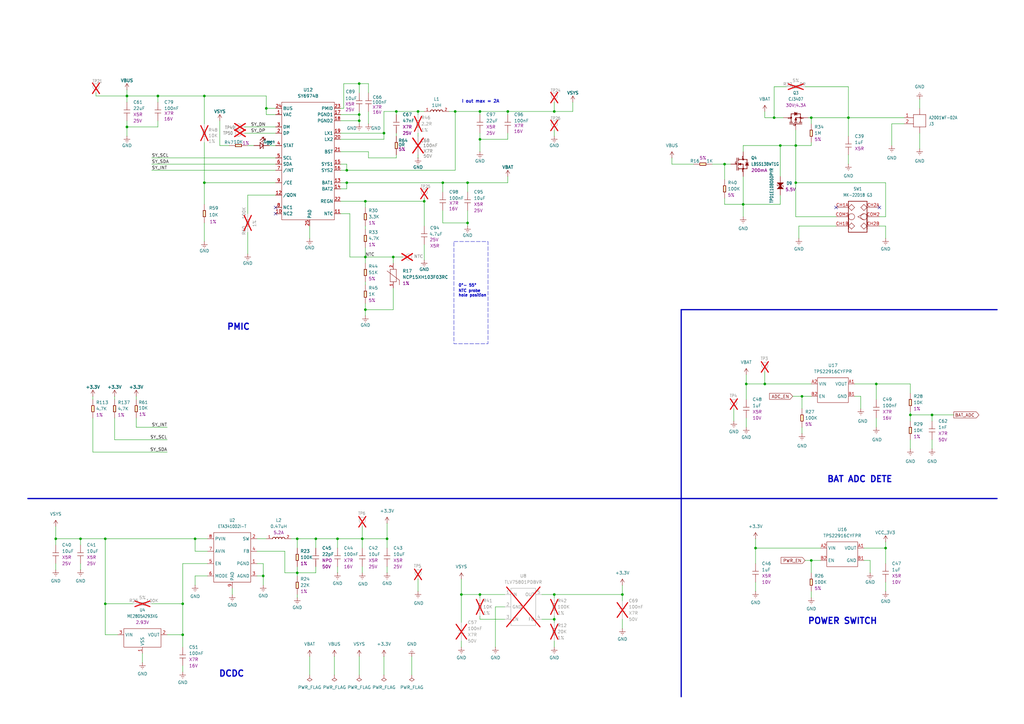
<source format=kicad_sch>
(kicad_sch (version 20250114) (generator "eeschema") (generator_version "9.0")
  (paper "A3")
  (title_block (title "XIAO ePaper Dsiplay Board EE04") (date "2025-10-20") (rev "v1.2") (company "Seeed Studio"))
  (lib_symbols
    (symbol "Capacitors/302010040_1" (pin_numbers (hide yes)) (pin_names (hide yes))
      (property "Reference" "C" (at 3.175 0 0))
      (property "Value" "1uF" (at 5.715 -1.905 0))
      (property "Dielectric" "X5R" (at 0 0 0))
      (property "Voltage Rating" "10V" (at 0 0 0))
      (symbol "Capacitors/302010040_1_1_1"
        (pin passive line (at 0 3.81 270) (length 2.54) (name "1") (number "1"))
        (pin passive line (at 0 -3.81 90) (length 2.54) (name "2") (number "2"))
      )
    )
    (symbol "Power_Gnd:+3.3V" (power) (pin_numbers (hide yes)) (pin_names (offset 0) (hide yes))
      (property "Value" "+3.3V" (at 0 3.556 0))
      (symbol "+3.3V_1_1"
        (pin power_in line (at 0 0 90) (length 0) (name "~") (number "1"))
      )
    )
    (symbol "Power_Gnd:+3V3" (power) (pin_numbers (hide yes)) (pin_names (offset 0) (hide yes))
      (property "Value" "+3V3" (at 0 3.556 0))
      (symbol "+3V3_1_1"
        (pin power_in line (at 0 0 90) (length 0) (name "~") (number "1"))
      )
    )
    (symbol "Power_Gnd:GNDREF" (power) (pin_numbers (hide yes)) (pin_names (offset 0) (hide yes))
      (property "Value" "GNDREF" (at 0 -3.81 0))
      (symbol "GNDREF_1_1"
        (pin power_in line (at 0 0 270) (length 0) (name "~") (number "1"))
      )
    )
    (symbol "Power_Gnd:PWR_FLAG" (power) (pin_numbers (hide yes)) (pin_names (offset 0) (hide yes))
      (property "Value" "PWR_FLAG" (at 0 3.81 0))
      (symbol "PWR_FLAG_0_0"
        (pin power_out line (at 0 0 90) (length 0) (name "~") (number "1"))
      )
    )
    (symbol "Power_Gnd:VBUS" (power) (pin_numbers (hide yes)) (pin_names (offset 0) (hide yes))
      (property "Value" "VBUS" (at 0 3.556 0))
      (symbol "VBUS_1_1"
        (pin power_in line (at 0 0 90) (length 0) (name "~") (number "1"))
      )
    )
    (symbol "Seeed_libdb:Capacitors/302010002" (pin_numbers (hide yes)) (pin_names (hide yes))
      (property "Reference" "C" (at 3.175 0 0))
      (property "Value" "47nF" (at 5.715 -1.905 0))
      (property "Dielectric" "X7R" (at 0 0 0))
      (property "Voltage Rating" "25V" (at 0 0 0))
      (symbol "Capacitors/302010002_1_1"
        (pin passive line (at 0 3.81 270) (length 2.54) (name "1") (number "1"))
        (pin passive line (at 0 -3.81 90) (length 2.54) (name "2") (number "2"))
      )
    )
    (symbol "Seeed_libdb:Capacitors/302010004" (pin_numbers (hide yes)) (pin_names (hide yes))
      (property "Reference" "C" (at 3.175 0 0))
      (property "Value" "100nF" (at 5.715 -1.905 0))
      (property "Dielectric" "X7R" (at 0 0 0))
      (property "Voltage Rating" "16V" (at 0 0 0))
      (symbol "Capacitors/302010004_1_1"
        (pin passive line (at 0 3.81 270) (length 2.54) (name "1") (number "1"))
        (pin passive line (at 0 -3.81 90) (length 2.54) (name "2") (number "2"))
      )
    )
    (symbol "Seeed_libdb:Capacitors/302010005" (pin_numbers (hide yes)) (pin_names (hide yes))
      (property "Reference" "C" (at 3.175 0 0))
      (property "Value" "1nF" (at 5.715 -1.905 0))
      (property "Dielectric" "X7R" (at 0 0 0))
      (property "Voltage Rating" "50V" (at 0 0 0))
      (symbol "Capacitors/302010005_1_1"
        (pin passive line (at 0 3.81 270) (length 2.54) (name "1") (number "1"))
        (pin passive line (at 0 -3.81 90) (length 2.54) (name "2") (number "2"))
      )
    )
    (symbol "Seeed_libdb:Capacitors/302010018" (pin_numbers (hide yes)) (pin_names (hide yes))
      (property "Reference" "C" (at 3.175 0 0))
      (property "Value" "22pF" (at 5.715 -1.905 0))
      (property "Dielectric" "NPO" (at 0 0 0))
      (property "Voltage Rating" "50V" (at 0 0 0))
      (symbol "Capacitors/302010018_1_1"
        (pin passive line (at 0 3.81 270) (length 2.54) (name "1") (number "1"))
        (pin passive line (at 0 -3.81 90) (length 2.54) (name "2") (number "2"))
      )
    )
    (symbol "Seeed_libdb:Capacitors/302010040" (pin_numbers (hide yes)) (pin_names (hide yes))
      (property "Reference" "C" (at 3.175 0 0))
      (property "Value" "1uF" (at 5.715 -1.905 0))
      (property "Dielectric" "X5R" (at 0 0 0))
      (property "Voltage Rating" "10V" (at 0 0 0))
      (symbol "Capacitors/302010040_1_1"
        (pin passive line (at 0 3.81 270) (length 2.54) (name "1") (number "1"))
        (pin passive line (at 0 -3.81 90) (length 2.54) (name "2") (number "2"))
      )
    )
    (symbol "Seeed_libdb:Capacitors/302010138" (pin_numbers (hide yes)) (pin_names (hide yes))
      (property "Reference" "C" (at 3.175 0 0))
      (property "Value" "100nF" (at 5.715 -1.905 0))
      (property "Dielectric" "X7R" (at 0 0 0))
      (property "Voltage Rating" "50V" (at 0 0 0))
      (symbol "Capacitors/302010138_1_1"
        (pin passive line (at 0 3.81 270) (length 2.54) (name "1") (number "1"))
        (pin passive line (at 0 -3.81 90) (length 2.54) (name "2") (number "2"))
      )
    )
    (symbol "Seeed_libdb:Capacitors/302010146" (pin_numbers (hide yes)) (pin_names (hide yes))
      (property "Reference" "C" (at 3.175 0 0))
      (property "Value" "4.7uF" (at 5.715 -1.905 0))
      (property "Dielectric" "X5R" (at 0 0 0))
      (property "Voltage Rating" "25V" (at 0 0 0))
      (symbol "Capacitors/302010146_1_1"
        (pin passive line (at 0 3.81 270) (length 2.54) (name "1") (number "1"))
        (pin passive line (at 0 -3.81 90) (length 2.54) (name "2") (number "2"))
      )
    )
    (symbol "Seeed_libdb:Capacitors/302010178" (pin_numbers (hide yes)) (pin_names (hide yes))
      (property "Reference" "C" (at 3.175 0 0))
      (property "Value" "10uF" (at 5.715 -1.905 0))
      (property "Dielectric" "X5R" (at 0 0 0))
      (property "Voltage Rating" "25V" (at 0 0 0))
      (symbol "Capacitors/302010178_1_1"
        (pin passive line (at 0 3.81 270) (length 2.54) (name "1") (number "1"))
        (pin passive line (at 0 -3.81 90) (length 2.54) (name "2") (number "2"))
      )
    )
    (symbol "Seeed_libdb:Capacitors/302010235" (pin_numbers (hide yes)) (pin_names (hide yes))
      (property "Reference" "C" (at 3.175 0 0))
      (property "Value" "22uF" (at 5.715 -1.905 0))
      (property "Dielectric" "X5R" (at 0 0 0))
      (property "Voltage Rating" "25V" (at 0 0 0))
      (symbol "Capacitors/302010235_1_1"
        (pin passive line (at 0 3.81 270) (length 2.54) (name "1") (number "1"))
        (pin passive line (at 0 -3.81 90) (length 2.54) (name "2") (number "2"))
      )
    )
    (symbol "Seeed_libdb:Connector/320110026"
      (property "Reference" "J" (at -2.54 3.81 0))
      (property "Value" "A2001WF-02A" (at -2.54 2.54 0))
      (symbol "Connector/320110026_1_0"
        (pin passive line (at 0 5.08 270) (length 2.54) (name "4") (number "4"))
        (pin passive line (at 0 -5.08 90) (length 2.54) (name "3") (number "3"))
        (pin passive line (at 6.35 1.27 180) (length 2.54) (name "1") (number "1"))
        (pin passive line (at 6.35 -1.27 180) (length 2.54) (name "2") (number "2"))
      )
    )
    (symbol "Seeed_libdb:Diode/304050312"
      (property "Reference" "D" (at -1.524 3.556 0))
      (property "Value" "TPD1E10B06DPYR" (at -1.524 1.524 0))
      (property "Rating" "5.5V" (at 0 0 0))
      (symbol "Diode/304050312_1_0"
        (pin passive line (at -3.81 0 0) (length 2.54) (name "1") (number "1"))
        (pin passive line (at 3.81 0 180) (length 2.54) (name "2") (number "2"))
      )
    )
    (symbol "Seeed_libdb:Diode/304090030"
      (property "Reference" "D" (at -2.032 1.016 0))
      (property "Value" "Green" (at 1.397 0.889 0))
      (symbol "Diode/304090030_1_0"
        (pin passive line (at -2.54 0 0) (length 2.54) (name "+") (number "1"))
        (pin passive line (at 3.81 0 180) (length 2.54) (name "-") (number "2"))
      )
    )
    (symbol "Seeed_libdb:Ic/310000031"
      (property "Reference" "U" (at -10.922 25.908 0))
      (property "Value" "SY6974B" (at -8.89 23.876 0))
      (symbol "Ic/310000031_1_1"
        (pin passive line (at -13.97 20.32 0) (length 2.54) (name "BUS") (number "24"))
        (pin passive line (at -13.97 17.78 0) (length 2.54) (name "VAC") (number "1"))
        (pin passive line (at -13.97 12.7 0) (length 2.54) (name "DM") (number "3"))
        (pin passive line (at -13.97 10.16 0) (length 2.54) (name "DP") (number "2"))
        (pin passive line (at -13.97 5.08 0) (length 2.54) (name "STAT") (number "4"))
        (pin passive line (at -13.97 0 0) (length 2.54) (name "SCL") (number "5"))
        (pin passive line (at -13.97 -2.54 0) (length 2.54) (name "SDA") (number "6"))
        (pin passive line (at -13.97 -5.08 0) (length 2.54) (name "/INT") (number "7"))
        (pin passive line (at -13.97 -10.16 0) (length 2.54) (name "/CE") (number "9"))
        (pin passive line (at -13.97 -15.24 0) (length 2.54) (name "/QON") (number "12"))
        (pin passive line (at -13.97 -20.32 0) (length 2.54) (name "NC1") (number "8"))
        (pin passive line (at -13.97 -22.86 0) (length 2.54) (name "NC2") (number "10"))
        (pin passive line (at 0 -27.94 90) (length 2.54) (name "PAD") (number "25"))
        (pin passive line (at 12.7 20.32 180) (length 2.54) (name "PMID") (number "23"))
        (pin passive line (at 12.7 17.78 180) (length 2.54) (name "PGND1") (number "17"))
        (pin passive line (at 12.7 15.24 180) (length 2.54) (name "PGND2") (number "18"))
        (pin passive line (at 12.7 10.16 180) (length 2.54) (name "LX1") (number "19"))
        (pin passive line (at 12.7 7.62 180) (length 2.54) (name "LX2") (number "20"))
        (pin passive line (at 12.7 2.54 180) (length 2.54) (name "BST") (number "21"))
        (pin passive line (at 12.7 -2.54 180) (length 2.54) (name "SYS1") (number "15"))
        (pin passive line (at 12.7 -5.08 180) (length 2.54) (name "SYS2") (number "16"))
        (pin passive line (at 12.7 -10.16 180) (length 2.54) (name "BAT1") (number "13"))
        (pin passive line (at 12.7 -12.7 180) (length 2.54) (name "BAT2") (number "14"))
        (pin passive line (at 12.7 -17.78 180) (length 2.54) (name "REGN") (number "22"))
        (pin passive line (at 12.7 -22.86 180) (length 2.54) (name "NTC") (number "11"))
      )
    )
    (symbol "Seeed_libdb:Ic/310030161"
      (property "Reference" "U" (at -7.62 10.16 0))
      (property "Value" "ETA3410D2I-T" (at 2.54 10.16 0))
      (symbol "Ic/310030161_1_0"
        (pin passive line (at -10.16 7.62 0) (length 2.54) (name "PVIN") (number "8"))
        (pin passive line (at -10.16 2.54 0) (length 2.54) (name "AVIN") (number "7"))
        (pin passive line (at -10.16 -2.54 0) (length 2.54) (name "EN") (number "5"))
        (pin passive line (at -10.16 -7.62 0) (length 2.54) (name "MODE") (number "6"))
        (pin passive line (at 0 -12.7 90) (length 2.54) (name "PAD") (number "9"))
        (pin passive line (at 10.16 7.62 180) (length 2.54) (name "SW") (number "2"))
        (pin passive line (at 10.16 2.54 180) (length 2.54) (name "FB") (number "4"))
        (pin passive line (at 10.16 -2.54 180) (length 2.54) (name "PGND") (number "1"))
        (pin passive line (at 10.16 -7.62 180) (length 2.54) (name "AGND") (number "3"))
      )
    )
    (symbol "Seeed_libdb:Ic/310031638"
      (property "Reference" "U" (at -4.572 8.382 0))
      (property "Value" "TPS22916CYFPR" (at -2.54 6.35 0))
      (symbol "Ic/310031638_1_0"
        (pin power_in line (at -7.62 2.54 0) (length 2.54) (name "VIN") (number "A2"))
        (pin input line (at -7.62 -2.54 0) (length 2.54) (name "EN") (number "B2"))
        (pin power_out line (at 10.16 2.54 180) (length 2.54) (name "VOUT") (number "A1"))
        (pin passive line (at 10.16 -2.54 180) (length 2.54) (name "GND") (number "B1"))
      )
    )
    (symbol "Seeed_libdb:Ic/310032000"
      (property "Reference" "U" (at -5.08 8.89 0))
      (property "Value" "TLV75801PDBVR" (at 2.54 8.89 0))
      (symbol "Ic/310032000_1_1"
        (pin passive line (at -7.62 5.08 0) (length 2.54) (name "IN") (number "1"))
        (pin passive line (at -7.62 0 0) (length 2.54) (name "GND") (number "2"))
        (pin passive line (at -7.62 -5.08 0) (length 2.54) (name "EN") (number "3"))
        (pin passive line (at 7.62 5.08 180) (length 2.54) (name "OUT") (number "5"))
        (pin passive line (at 7.62 -5.08 180) (length 2.54) (name "FB") (number "4"))
      )
    )
    (symbol "Seeed_libdb:Ic/310032413"
      (property "Reference" "U" (at -7.62 2.54 0))
      (property "Value" "ME2805A293XG" (at 5.08 2.54 0))
      (property "Rating" "2.93V" (at 0 0 0))
      (symbol "Ic/310032413_1_0"
        (pin passive line (at -10.16 0 0) (length 2.54) (name "VIN") (number "3"))
        (pin passive line (at 0 -7.62 90) (length 2.54) (name "VSS") (number "1"))
        (pin passive line (at 10.16 0 180) (length 2.54) (name "VOUT") (number "2"))
      )
    )
    (symbol "Seeed_libdb:Inductor/303010172" (pin_names (offset 1.016))
      (property "Reference" "L" (at -3.175 1.27 0))
      (property "Value" "0.47uH" (at 0 1.27 0))
      (property "Rating" "5.2A" (at 0 0 0))
      (symbol "Inductor/303010172_0_0"
        (pin passive line (at -5.08 0 0) (length 2.54) (name "~") (number "1"))
        (pin passive line (at 5.08 0 180) (length 2.54) (name "~") (number "2"))
      )
    )
    (symbol "Seeed_libdb:Inductor/303011879" (pin_names (offset 1.016))
      (property "Reference" "L" (at -3.175 1.27 0))
      (property "Value" "1UH" (at 0 1.27 0))
      (symbol "Inductor/303011879_0_0"
        (pin passive line (at -5.08 0 0) (length 2.54) (name "~") (number "1"))
        (pin passive line (at 5.08 0 180) (length 2.54) (name "~") (number "2"))
      )
    )
    (symbol "Seeed_libdb:Misc/TP45C_SMD"
      (property "Reference" "TP" (at -2.54 0 0))
      (property "Value" "Test Point" (at 5.08 0 0))
      (symbol "Misc/TP45C_SMD_1_0"
        (pin passive line (at -2.54 0 0) (length 0) (name "T") (number "1"))
      )
    )
    (symbol "Seeed_libdb:Mosfet/305030010"
      (property "Reference" "Q" (at -2.54 2.54 0))
      (property "Value" "CJ3407" (at 0 2.54 0))
      (property "Rating" "30V;4.3A" (at 0 0 0))
      (symbol "Mosfet/305030010_1_0"
        (text "G" (at -3.4925 0 0) (effects (font (size 0.8128 0.6908)) (justify left bottom)))
        (text "D" (at -0.635 2.2225 0) (effects (font (size 0.8128 0.6908)) (justify left bottom)))
        (text "S" (at -0.635 -3.175 0) (effects (font (size 0.8128 0.6908)) (justify left bottom)))
        (pin passive line (at -5.08 0 0) (length 2.54) (name "G") (number "1"))
        (pin passive line (at 0 5.08 270) (length 2.54) (name "D") (number "3"))
        (pin passive line (at 0 -5.08 90) (length 2.54) (name "S") (number "2"))
      )
    )
    (symbol "Seeed_libdb:Mosfet/305031542"
      (property "Reference" "Q" (at -2.54 2.54 0))
      (property "Value" "LBSS138WT1G" (at 0 2.54 0))
      (property "Rating" "200mA" (at 0 0 0))
      (symbol "Mosfet/305031542_1_0"
        (text "G" (at -3.4925 0 0) (effects (font (size 0.8128 0.6908)) (justify left bottom)))
        (text "D" (at -0.635 2.2225 0) (effects (font (size 0.8128 0.6908)) (justify left bottom)))
        (text "S" (at -0.635 -3.175 0) (effects (font (size 0.8128 0.6908)) (justify left bottom)))
        (pin passive line (at -5.08 0 0) (length 2.54) (name "G") (number "1"))
        (pin passive line (at 0 5.08 270) (length 2.54) (name "D") (number "3"))
        (pin passive line (at 0 -5.08 90) (length 2.54) (name "S") (number "2"))
      )
    )
    (symbol "Seeed_libdb:Resistors/301010000" (pin_numbers (hide yes)) (pin_names (offset 1.016))
      (property "Reference" "R" (at -1.905 0.635 0))
      (property "Value" "0R" (at 0.635 0.635 0))
      (property "Power Rating" "5%" (at 0 0 0))
      (symbol "Resistors/301010000_0_0"
        (pin passive line (at -3.81 0 0) (length 2.54) (name "~") (number "1"))
        (pin passive line (at 3.81 0 180) (length 2.54) (name "~") (number "2"))
      )
    )
    (symbol "Seeed_libdb:Resistors/301010006" (pin_numbers (hide yes)) (pin_names (offset 1.016))
      (property "Reference" "R" (at -1.905 0.635 0))
      (property "Value" "1K" (at 0.635 0.635 0))
      (property "Power Rating" "5%" (at 0 0 0))
      (symbol "Resistors/301010006_0_0"
        (pin passive line (at -3.81 0 0) (length 2.54) (name "~") (number "1"))
        (pin passive line (at 3.81 0 180) (length 2.54) (name "~") (number "2"))
      )
    )
    (symbol "Seeed_libdb:Resistors/301010009" (pin_numbers (hide yes)) (pin_names (offset 1.016))
      (property "Reference" "R" (at -1.905 0.635 0))
      (property "Value" "1M" (at 0.635 0.635 0))
      (property "Power Rating" "5%" (at 0 0 0))
      (symbol "Resistors/301010009_0_0"
        (pin passive line (at -3.81 0 0) (length 2.54) (name "~") (number "1"))
        (pin passive line (at 3.81 0 180) (length 2.54) (name "~") (number "2"))
      )
    )
    (symbol "Seeed_libdb:Resistors/301010027" (pin_numbers (hide yes)) (pin_names (offset 1.016))
      (property "Reference" "R" (at -1.905 0.635 0))
      (property "Value" "51K" (at 0.635 0.635 0))
      (property "Power Rating" "5%" (at 0 0 0))
      (symbol "Resistors/301010027_0_0"
        (pin passive line (at -3.81 0 0) (length 2.54) (name "~") (number "1"))
        (pin passive line (at 3.81 0 180) (length 2.54) (name "~") (number "2"))
      )
    )
    (symbol "Seeed_libdb:Resistors/301010033" (pin_numbers (hide yes)) (pin_names (offset 1.016))
      (property "Reference" "R" (at -1.905 0.635 0))
      (property "Value" "100K" (at 0.635 0.635 0))
      (property "Power Rating" "5%" (at 0 0 0))
      (symbol "Resistors/301010033_0_0"
        (pin passive line (at -3.81 0 0) (length 2.54) (name "~") (number "1"))
        (pin passive line (at 3.81 0 180) (length 2.54) (name "~") (number "2"))
      )
    )
    (symbol "Seeed_libdb:Resistors/301010035" (pin_numbers (hide yes)) (pin_names (offset 1.016))
      (property "Reference" "R" (at -1.905 0.635 0))
      (property "Value" "3.3K" (at 0.635 0.635 0))
      (property "Power Rating" "1%" (at 0 0 0))
      (symbol "Resistors/301010035_0_0"
        (pin passive line (at -3.81 0 0) (length 2.54) (name "~") (number "1"))
        (pin passive line (at 3.81 0 180) (length 2.54) (name "~") (number "2"))
      )
    )
    (symbol "Seeed_libdb:Resistors/301010047" (pin_numbers (hide yes)) (pin_names (offset 1.016))
      (property "Reference" "R" (at -1.905 0.635 0))
      (property "Value" "10K" (at 0.635 0.635 0))
      (property "Power Rating" "1%" (at 0 0 0))
      (symbol "Resistors/301010047_0_0"
        (pin passive line (at -3.81 0 0) (length 2.54) (name "~") (number "1"))
        (pin passive line (at 3.81 0 180) (length 2.54) (name "~") (number "2"))
      )
    )
    (symbol "Seeed_libdb:Resistors/301010063" (pin_numbers (hide yes)) (pin_names (offset 1.016))
      (property "Reference" "R" (at -1.905 0.635 0))
      (property "Value" "22K" (at 0.635 0.635 0))
      (property "Power Rating" "1%" (at 0 0 0))
      (symbol "Resistors/301010063_0_0"
        (pin passive line (at -3.81 0 0) (length 2.54) (name "~") (number "1"))
        (pin passive line (at 3.81 0 180) (length 2.54) (name "~") (number "2"))
      )
    )
    (symbol "Seeed_libdb:Resistors/301010072" (pin_numbers (hide yes)) (pin_names (offset 1.016))
      (property "Reference" "R" (at -1.905 0.635 0))
      (property "Value" "20K" (at 0.635 0.635 0))
      (property "Power Rating" "1%" (at 0 0 0))
      (symbol "Resistors/301010072_0_0"
        (pin passive line (at -3.81 0 0) (length 2.54) (name "~") (number "1"))
        (pin passive line (at 3.81 0 180) (length 2.54) (name "~") (number "2"))
      )
    )
    (symbol "Seeed_libdb:Resistors/301010292" (pin_numbers (hide yes)) (pin_names (offset 1.016))
      (property "Reference" "R" (at -1.905 0.635 0))
      (property "Value" "0R" (at 0.635 0.635 0))
      (property "Power Rating" "5%" (at 0 0 0))
      (symbol "Resistors/301010292_0_0"
        (pin passive line (at -3.81 0 0) (length 2.54) (name "~") (number "1"))
        (pin passive line (at 3.81 0 180) (length 2.54) (name "~") (number "2"))
      )
    )
    (symbol "Seeed_libdb:Resistors/301010456" (pin_numbers (hide yes)) (pin_names (offset 1.016))
      (property "Reference" "R" (at -1.905 0.635 0))
      (property "Value" "100K" (at 0.635 0.635 0))
      (property "Power Rating" "1%" (at 0 0 0))
      (symbol "Resistors/301010456_0_0"
        (pin passive line (at -3.81 0 0) (length 2.54) (name "~") (number "1"))
        (pin passive line (at 3.81 0 180) (length 2.54) (name "~") (number "2"))
      )
    )
    (symbol "Seeed_libdb:Resistors/301010633" (pin_numbers (hide yes)) (pin_names (offset 1.016))
      (property "Reference" "R" (at -1.905 0.635 0))
      (property "Value" "4.7K" (at 0.635 0.635 0))
      (property "Power Rating" "1%" (at 0 0 0))
      (symbol "Resistors/301010633_0_0"
        (pin passive line (at -3.81 0 0) (length 2.54) (name "~") (number "1"))
        (pin passive line (at 3.81 0 180) (length 2.54) (name "~") (number "2"))
      )
    )
    (symbol "Seeed_libdb:Resistors/301010965" (pin_numbers (hide yes)) (pin_names (offset 1.016))
      (property "Reference" "R" (at -1.905 0.635 0))
      (property "Value" "2.2R" (at 0.635 0.635 0))
      (property "Power Rating" "1%" (at 0 0 0))
      (symbol "Resistors/301010965_0_0"
        (pin passive line (at -3.81 0 0) (length 2.54) (name "~") (number "1"))
        (pin passive line (at 3.81 0 180) (length 2.54) (name "~") (number "2"))
      )
    )
    (symbol "Seeed_libdb:Resistors/314110114" (pin_names (offset 1.016))
      (property "Reference" "R" (at -2.54 1.27 0))
      (property "Value" "NCP15XH103F03RC" (at 1.27 1.27 0))
      (property "Power Rating" "1%" (at 0 0 0))
      (symbol "Resistors/314110114_1_0"
        (pin passive line (at -5.08 0 0) (length 2.54) (name "~") (number "1"))
        (pin passive line (at 5.08 0 180) (length 2.54) (name "~") (number "2"))
      )
    )
    (symbol "Seeed_libdb:Switch/311030004"
      (property "Reference" "SW" (at -3.81 6.35 0))
      (property "Value" "MK-22D18 G3" (at 0 6.35 0))
      (symbol "Switch/311030004_1_0"
        (pin passive line (at -8.89 3.81 0) (length 5.08) (name "CH1A") (number "CH1A"))
        (pin passive line (at -8.89 0 0) (length 5.08) (name "COM1") (number "COM1"))
        (pin passive line (at -8.89 -3.81 0) (length 5.08) (name "CH1B") (number "CH1B"))
        (pin passive line (at 8.89 3.81 180) (length 5.08) (name "CH2A") (number "CH2A"))
        (pin passive line (at 8.89 0 180) (length 5.08) (name "COM2") (number "COM2"))
        (pin passive line (at 8.89 -3.81 180) (length 5.08) (name "CH2B") (number "CH2B"))
      )
    )
    (symbol "libdb:Resistors/301010456" (pin_numbers (hide yes)) (pin_names (offset 1.016))
      (property "Reference" "R" (at -1.905 0.635 0))
      (property "Value" "100K" (at 0.635 0.635 0))
      (property "Power Rating" "1%" (at 0 0 0))
      (symbol "Resistors/301010456_0_0"
        (pin passive line (at -3.81 0 0) (length 2.54) (name "~") (number "1"))
        (pin passive line (at 3.81 0 180) (length 2.54) (name "~") (number "2"))
      )
    )
    (symbol "libdb:Resistors/301010633" (pin_numbers (hide yes)) (pin_names (offset 1.016))
      (property "Reference" "R" (at -1.905 0.635 0))
      (property "Value" "4.7K" (at 0.635 0.635 0))
      (property "Power Rating" "1%" (at 0 0 0))
      (symbol "Resistors/301010633_0_0"
        (pin passive line (at -3.81 0 0) (length 2.54) (name "~") (number "1"))
        (pin passive line (at 3.81 0 180) (length 2.54) (name "~") (number "2"))
      )
    )
    (symbol "power:+5V" (power) (pin_numbers (hide yes)) (pin_names (offset 0) (hide yes))
      (property "Value" "+5V" (at 0 3.556 0))
      (symbol "+5V_1_1"
        (pin power_in line (at 0 0 90) (length 0) (name "~") (number "1"))
      )
    )
  )
  (rectangle (start 186.182 99.06) (end 200.152 140.97) (stroke (width 0) (type dash)))
  (text "PMIC" (at 92.964 135.636 0) (effects (font (size 2.5 2.5) (bold yes)) (justify left bottom)))
  (text "DCDC" (at 89.662 277.876 0) (effects (font (size 2.5 2.5) (bold yes)) (justify left bottom)))
  (text "BAT ADC DETE" (at 339.09 198.12 0) (effects (font (size 2.5 2.5) (bold yes)) (justify left bottom)))
  (text "POWER SWITCH" (at 331.216 256.286 0) (effects (font (size 2.5 2.5) (bold yes)) (justify left bottom)))
  (text "0°- 55°" (at 187.96 117.856 0) (effects (font (size 1.143 1.143) (thickness 0.254) (bold yes)) (justify left bottom)))
  (text "I out max = 2A" (at 197.104 41.656 0) (effects (font (size 1.27 1.27) (thickness 0.254) (bold yes))))
  (text "NTC probe \nhole position" (at 187.96 121.92 0) (effects (font (size 1.143 1.143) (thickness 0.254) (bold yes)) (justify left bottom)))
  (junction (at 191.77 74.93))
  (junction (at 208.28 45.72))
  (junction (at 121.92 234.95))
  (junction (at 149.86 82.55))
  (junction (at 147.32 49.53))
  (junction (at 142.24 69.85))
  (junction (at 297.18 67.31))
  (junction (at 149.86 105.41))
  (junction (at 173.99 82.55))
  (junction (at 373.38 170.18))
  (junction (at 22.86 220.98))
  (junction (at 43.18 220.98))
  (junction (at 347.98 48.26))
  (junction (at 306.07 157.48))
  (junction (at 227.33 243.84))
  (junction (at 326.39 59.69))
  (junction (at 171.45 45.72))
  (junction (at 363.22 224.79))
  (junction (at 107.95 236.22))
  (junction (at 227.33 254))
  (junction (at 33.02 220.98))
  (junction (at 196.85 243.84))
  (junction (at 142.24 74.93))
  (junction (at 196.85 45.72))
  (junction (at 304.8 83.82))
  (junction (at 43.18 247.65))
  (junction (at 382.27 170.18))
  (junction (at 255.27 243.84))
  (junction (at 109.22 44.45))
  (junction (at 309.88 224.79))
  (junction (at 328.93 162.56))
  (junction (at 138.43 220.98))
  (junction (at 320.04 59.69))
  (junction (at 189.23 243.84))
  (junction (at 326.39 74.93))
  (junction (at 147.32 34.29))
  (junction (at 332.74 48.26))
  (junction (at 313.69 157.48))
  (junction (at 83.82 39.37))
  (junction (at 158.75 220.98))
  (junction (at 196.85 57.15))
  (junction (at 161.29 105.41))
  (junction (at 359.41 157.48))
  (junction (at 227.33 45.72))
  (junction (at 121.92 220.98))
  (junction (at 317.5 48.26))
  (junction (at 129.54 220.98))
  (junction (at 148.59 220.98))
  (junction (at 64.77 39.37))
  (junction (at 149.86 127))
  (junction (at 80.01 220.98))
  (junction (at 162.56 45.72))
  (junction (at 181.61 74.93))
  (junction (at 74.93 247.65))
  (junction (at 52.07 39.37))
  (junction (at 74.93 260.35))
  (junction (at 332.74 229.87))
  (junction (at 191.77 91.44))
  (junction (at 157.48 54.61))
  (junction (at 83.82 74.93))
  (junction (at 186.69 45.72))
  (junction (at 52.07 52.07))
  (junction (at 147.32 46.99))
  (no_connect (at 113.03 85.09))
  (no_connect (at 113.03 87.63))
  (no_connect (at 360.68 85.09))
  (no_connect (at 342.9 85.09))
  (wire (pts (xy 203.2 248.92) (xy 203.2 265.43)))
  (wire (pts (xy 181.61 74.93) (xy 191.77 74.93)))
  (wire (pts (xy 129.54 234.95) (xy 121.92 234.95)))
  (wire (pts (xy 331.47 48.26) (xy 332.74 48.26)))
  (wire (pts (xy 105.41 220.98) (xy 109.22 220.98)))
  (wire (pts (xy 22.86 220.98) (xy 33.02 220.98)))
  (wire (pts (xy 292.1 67.31) (xy 297.18 67.31)))
  (wire (pts (xy 365.76 50.8) (xy 365.76 59.69)))
  (wire (pts (xy 227.33 243.84) (xy 255.27 243.84)))
  (wire (pts (xy 330.2 229.87) (xy 332.74 229.87)))
  (wire (pts (xy 373.38 170.18) (xy 373.38 172.72)))
  (wire (pts (xy 142.24 67.31) (xy 142.24 69.85)))
  (wire (pts (xy 22.86 215.9) (xy 22.86 220.98)))
  (wire (pts (xy 326.39 59.69) (xy 326.39 74.93)))
  (wire (pts (xy 181.61 86.36) (xy 181.61 91.44)))
  (wire (pts (xy 222.25 243.84) (xy 227.33 243.84)))
  (wire (pts (xy 306.07 157.48) (xy 306.07 163.83)))
  (wire (pts (xy 149.86 105.41) (xy 149.86 107.95)))
  (wire (pts (xy 171.45 63.5) (xy 171.45 64.77)))
  (wire (pts (xy 101.6 80.01) (xy 101.6 87.63)))
  (wire (pts (xy 181.61 91.44) (xy 191.77 91.44)))
  (wire (pts (xy 255.27 240.03) (xy 255.27 243.84)))
  (wire (pts (xy 328.93 175.26) (xy 328.93 177.8)))
  (wire (pts (xy 306.07 157.48) (xy 313.69 157.48)))
  (wire (pts (xy 356.87 234.95) (xy 356.87 229.87)))
  (wire (pts (xy 147.32 269.24) (xy 147.32 276.86)))
  (wire (pts (xy 347.98 48.26) (xy 347.98 55.88)))
  (wire (pts (xy 377.19 40.64) (xy 377.19 44.45)))
  (wire (pts (xy 38.1 171.45) (xy 38.1 185.42)))
  (wire (pts (xy 377.19 54.61) (xy 377.19 60.96)))
  (wire (pts (xy 22.86 220.98) (xy 22.86 223.52)))
  (wire (pts (xy 151.13 64.77) (xy 162.56 64.77)))
  (wire (pts (xy 151.13 64.77) (xy 151.13 62.23)))
  (wire (pts (xy 100.33 52.07) (xy 113.03 52.07)))
  (wire (pts (xy 129.54 220.98) (xy 129.54 224.79)))
  (wire (pts (xy 147.32 46.99) (xy 147.32 49.53)))
  (wire (pts (xy 116.84 226.06) (xy 116.84 234.95)))
  (wire (pts (xy 101.6 80.01) (xy 113.03 80.01)))
  (wire (pts (xy 171.45 55.88) (xy 171.45 54.61)))
  (wire (pts (xy 162.56 45.72) (xy 162.56 46.99)))
  (wire (pts (xy 151.13 34.29) (xy 147.32 34.29)))
  (wire (pts (xy 138.43 220.98) (xy 148.59 220.98)))
  (wire (pts (xy 148.59 220.98) (xy 148.59 224.79)))
  (wire (pts (xy 55.88 171.45) (xy 55.88 175.26)))
  (wire (pts (xy 52.07 39.37) (xy 64.77 39.37)))
  (wire (pts (xy 373.38 161.29) (xy 373.38 157.48)))
  (wire (pts (xy 64.77 49.53) (xy 64.77 52.07)))
  (wire (pts (xy 373.38 170.18) (xy 382.27 170.18)))
  (wire (pts (xy 275.59 67.31) (xy 284.48 67.31)))
  (wire (pts (xy 189.23 243.84) (xy 189.23 255.27)))
  (wire (pts (xy 119.38 220.98) (xy 121.92 220.98)))
  (wire (pts (xy 127 92.71) (xy 127 97.79)))
  (wire (pts (xy 113.03 46.99) (xy 109.22 46.99)))
  (wire (pts (xy 109.22 39.37) (xy 109.22 44.45)))
  (wire (pts (xy 363.22 88.9) (xy 363.22 74.93)))
  (wire (pts (xy 39.37 39.37) (xy 39.37 38.1)))
  (wire (pts (xy 227.33 41.91) (xy 227.33 45.72)))
  (wire (pts (xy 227.33 262.89) (xy 227.33 265.43)))
  (wire (pts (xy 46.99 180.34) (xy 68.58 180.34)))
  (wire (pts (xy 39.37 39.37) (xy 52.07 39.37)))
  (wire (pts (xy 62.23 67.31) (xy 113.03 67.31)))
  (wire (pts (xy 186.69 45.72) (xy 196.85 45.72)))
  (wire (pts (xy 186.69 45.72) (xy 186.69 69.85)))
  (wire (pts (xy 43.18 260.35) (xy 43.18 247.65)))
  (wire (pts (xy 121.92 220.98) (xy 121.92 224.79)))
  (wire (pts (xy 143.51 105.41) (xy 149.86 105.41)))
  (wire (pts (xy 157.48 45.72) (xy 157.48 54.61)))
  (wire (pts (xy 191.77 74.93) (xy 191.77 78.74)))
  (wire (pts (xy 255.27 254) (xy 255.27 257.81)))
  (wire (pts (xy 162.56 45.72) (xy 157.48 45.72)))
  (wire (pts (xy 149.86 127) (xy 149.86 129.54)))
  (wire (pts (xy 55.88 175.26) (xy 68.58 175.26)))
  (wire (pts (xy 157.48 57.15) (xy 157.48 54.61)))
  (wire (pts (xy 353.06 167.64) (xy 353.06 162.56)))
  (wire (pts (xy 62.23 64.77) (xy 113.03 64.77)))
  (wire (pts (xy 309.88 238.76) (xy 309.88 242.57)))
  (wire (pts (xy 313.69 152.4) (xy 313.69 157.48)))
  (wire (pts (xy 208.28 45.72) (xy 208.28 46.99)))
  (wire (pts (xy 196.85 57.15) (xy 196.85 54.61)))
  (wire (pts (xy 234.95 41.91) (xy 234.95 45.72)))
  (wire (pts (xy 222.25 254) (xy 227.33 254)))
  (wire (pts (xy 74.93 260.35) (xy 74.93 265.43)))
  (wire (pts (xy 328.93 167.64) (xy 328.93 162.56)))
  (wire (pts (xy 208.28 72.39) (xy 208.28 74.93)))
  (wire (pts (xy 189.23 243.84) (xy 196.85 243.84)))
  (wire (pts (xy 140.97 44.45) (xy 139.7 44.45)))
  (wire (pts (xy 196.85 57.15) (xy 208.28 57.15)))
  (wire (pts (xy 350.52 157.48) (xy 359.41 157.48)))
  (wire (pts (xy 347.98 48.26) (xy 370.84 48.26)))
  (wire (pts (xy 149.86 82.55) (xy 149.86 85.09)))
  (wire (pts (xy 297.18 83.82) (xy 304.8 83.82)))
  (wire (pts (xy 33.02 231.14) (xy 33.02 233.68)))
  (wire (pts (xy 320.04 59.69) (xy 326.39 59.69)))
  (wire (pts (xy 255.27 246.38) (xy 255.27 243.84)))
  (wire (pts (xy 275.59 64.77) (xy 275.59 67.31)))
  (wire (pts (xy 149.86 115.57) (xy 149.86 116.84)))
  (wire (pts (xy 363.22 238.76) (xy 363.22 242.57)))
  (wire (pts (xy 382.27 170.18) (xy 391.16 170.18)))
  (wire (pts (xy 83.82 58.42) (xy 83.82 74.93)))
  (wire (pts (xy 83.82 74.93) (xy 83.82 83.82)))
  (wire (pts (xy 332.74 242.57) (xy 332.74 245.11)))
  (wire (pts (xy 196.85 243.84) (xy 207.01 243.84)))
  (wire (pts (xy 354.33 224.79) (xy 363.22 224.79)))
  (wire (pts (xy 149.86 101.6) (xy 149.86 105.41)))
  (wire (pts (xy 157.48 269.24) (xy 157.48 276.86)))
  (wire (pts (xy 320.04 59.69) (xy 320.04 72.39)))
  (wire (pts (xy 62.23 247.65) (xy 74.93 247.65)))
  (wire (pts (xy 300.99 167.64) (xy 300.99 172.72)))
  (wire (pts (xy 74.93 273.05) (xy 74.93 275.59)))
  (wire (pts (xy 139.7 57.15) (xy 157.48 57.15)))
  (wire (pts (xy 370.84 50.8) (xy 365.76 50.8)))
  (wire (pts (xy 109.22 46.99) (xy 109.22 44.45)))
  (wire (pts (xy 142.24 74.93) (xy 181.61 74.93)))
  (wire (pts (xy 207.01 248.92) (xy 203.2 248.92)))
  (wire (pts (xy 332.74 234.95) (xy 332.74 229.87)))
  (wire (pts (xy 52.07 52.07) (xy 64.77 52.07)))
  (wire (pts (xy 189.23 262.89) (xy 189.23 265.43)))
  (wire (pts (xy 304.8 59.69) (xy 304.8 62.23)))
  (wire (pts (xy 359.41 171.45) (xy 359.41 175.26)))
  (wire (pts (xy 173.99 92.71) (xy 173.99 82.55)))
  (wire (pts (xy 33.02 220.98) (xy 43.18 220.98)))
  (wire (pts (xy 149.86 105.41) (xy 161.29 105.41)))
  (wire (pts (xy 105.41 231.14) (xy 107.95 231.14)))
  (wire (pts (xy 171.45 46.99) (xy 171.45 45.72)))
  (wire (pts (xy 62.23 69.85) (xy 113.03 69.85)))
  (wire (pts (xy 83.82 39.37) (xy 109.22 39.37)))
  (wire (pts (xy 83.82 91.44) (xy 83.82 99.06)))
  (wire (pts (xy 363.22 222.25) (xy 363.22 224.79)))
  (wire (pts (xy 95.25 241.3) (xy 95.25 243.84)))
  (wire (pts (xy 58.42 267.97) (xy 58.42 271.78)))
  (wire (pts (xy 227.33 254) (xy 227.33 255.27)))
  (wire (pts (xy 121.92 243.84) (xy 121.92 245.11)))
  (wire (pts (xy 143.51 87.63) (xy 139.7 87.63)))
  (wire (pts (xy 373.38 180.34) (xy 373.38 184.15)))
  (wire (pts (xy 162.56 54.61) (xy 162.56 55.88)))
  (wire (pts (xy 171.45 237.49) (xy 171.45 242.57)))
  (wire (pts (xy 363.22 92.71) (xy 363.22 97.79)))
  (wire (pts (xy 356.87 229.87) (xy 354.33 229.87)))
  (wire (pts (xy 139.7 74.93) (xy 142.24 74.93)))
  (wire (pts (xy 90.17 49.53) (xy 90.17 59.69)))
  (wire (pts (xy 139.7 62.23) (xy 151.13 62.23)))
  (wire (pts (xy 382.27 180.34) (xy 382.27 184.15)))
  (wire (pts (xy 127 269.24) (xy 127 276.86)))
  (wire (pts (xy 158.75 232.41) (xy 158.75 234.95)))
  (wire (pts (xy 320.04 83.82) (xy 304.8 83.82)))
  (wire (pts (xy 147.32 45.72) (xy 147.32 46.99)))
  (wire (pts (xy 137.16 269.24) (xy 137.16 276.86)))
  (polyline (pts (xy 279.4 204.47) (xy 279.4 285.75)) (stroke (width 0.508) (type solid)))
  (wire (pts (xy 227.33 45.72) (xy 234.95 45.72)))
  (wire (pts (xy 196.85 245.11) (xy 196.85 243.84)))
  (wire (pts (xy 151.13 45.72) (xy 151.13 50.8)))
  (wire (pts (xy 353.06 162.56) (xy 350.52 162.56)))
  (wire (pts (xy 80.01 220.98) (xy 85.09 220.98)))
  (wire (pts (xy 363.22 224.79) (xy 363.22 231.14)))
  (wire (pts (xy 121.92 220.98) (xy 129.54 220.98)))
  (wire (pts (xy 83.82 39.37) (xy 83.82 50.8)))
  (wire (pts (xy 373.38 168.91) (xy 373.38 170.18)))
  (wire (pts (xy 326.39 88.9) (xy 342.9 88.9)))
  (wire (pts (xy 142.24 77.47) (xy 139.7 77.47)))
  (wire (pts (xy 90.17 59.69) (xy 93.98 59.69)))
  (wire (pts (xy 317.5 35.56) (xy 317.5 48.26)))
  (wire (pts (xy 46.99 162.56) (xy 46.99 163.83)))
  (wire (pts (xy 33.02 220.98) (xy 33.02 223.52)))
  (wire (pts (xy 139.7 49.53) (xy 147.32 49.53)))
  (wire (pts (xy 327.66 97.79) (xy 327.66 92.71)))
  (wire (pts (xy 327.66 92.71) (xy 342.9 92.71)))
  (wire (pts (xy 121.92 232.41) (xy 121.92 234.95)))
  (wire (pts (xy 207.01 254) (xy 196.85 254)))
  (wire (pts (xy 107.95 240.03) (xy 107.95 236.22)))
  (wire (pts (xy 360.68 92.71) (xy 363.22 92.71)))
  (polyline (pts (xy 279.4 204.47) (xy 279.4 127)) (stroke (width 0.508) (type solid)))
  (wire (pts (xy 313.69 157.48) (xy 332.74 157.48)))
  (wire (pts (xy 138.43 220.98) (xy 138.43 224.79)))
  (wire (pts (xy 142.24 74.93) (xy 142.24 77.47)))
  (wire (pts (xy 105.41 226.06) (xy 116.84 226.06)))
  (wire (pts (xy 148.59 232.41) (xy 148.59 234.95)))
  (wire (pts (xy 101.6 95.25) (xy 101.6 104.14)))
  (wire (pts (xy 297.18 67.31) (xy 299.72 67.31)))
  (wire (pts (xy 52.07 52.07) (xy 52.07 55.88)))
  (wire (pts (xy 309.88 220.98) (xy 309.88 224.79)))
  (wire (pts (xy 297.18 67.31) (xy 297.18 73.66)))
  (wire (pts (xy 332.74 229.87) (xy 336.55 229.87)))
  (wire (pts (xy 189.23 237.49) (xy 189.23 243.84)))
  (wire (pts (xy 306.07 171.45) (xy 306.07 175.26)))
  (wire (pts (xy 326.39 88.9) (xy 326.39 74.93)))
  (wire (pts (xy 138.43 232.41) (xy 138.43 234.95)))
  (wire (pts (xy 196.85 45.72) (xy 208.28 45.72)))
  (wire (pts (xy 173.99 100.33) (xy 173.99 106.68)))
  (wire (pts (xy 158.75 220.98) (xy 158.75 224.79)))
  (wire (pts (xy 74.93 260.35) (xy 74.93 247.65)))
  (wire (pts (xy 363.22 74.93) (xy 326.39 74.93)))
  (wire (pts (xy 74.93 231.14) (xy 85.09 231.14)))
  (wire (pts (xy 101.6 59.69) (xy 104.14 59.69)))
  (wire (pts (xy 143.51 87.63) (xy 143.51 105.41)))
  (polyline (pts (xy 279.4 127) (xy 408.94 127)) (stroke (width 0.508) (type solid)))
  (wire (pts (xy 129.54 220.98) (xy 138.43 220.98)))
  (wire (pts (xy 332.74 48.26) (xy 332.74 50.8)))
  (wire (pts (xy 332.74 59.69) (xy 326.39 59.69)))
  (wire (pts (xy 140.97 34.29) (xy 147.32 34.29)))
  (wire (pts (xy 139.7 67.31) (xy 142.24 67.31)))
  (wire (pts (xy 162.56 45.72) (xy 171.45 45.72)))
  (wire (pts (xy 116.84 234.95) (xy 121.92 234.95)))
  (wire (pts (xy 64.77 39.37) (xy 64.77 41.91)))
  (wire (pts (xy 46.99 171.45) (xy 46.99 180.34)))
  (wire (pts (xy 140.97 34.29) (xy 140.97 44.45)))
  (wire (pts (xy 322.58 35.56) (xy 317.5 35.56)))
  (wire (pts (xy 196.85 57.15) (xy 196.85 62.23)))
  (wire (pts (xy 139.7 54.61) (xy 157.48 54.61)))
  (wire (pts (xy 227.33 243.84) (xy 227.33 245.11)))
  (wire (pts (xy 227.33 252.73) (xy 227.33 254)))
  (wire (pts (xy 171.45 45.72) (xy 173.99 45.72)))
  (wire (pts (xy 317.5 48.26) (xy 321.31 48.26)))
  (wire (pts (xy 304.8 83.82) (xy 304.8 88.9)))
  (wire (pts (xy 191.77 91.44) (xy 191.77 92.71)))
  (wire (pts (xy 161.29 127) (xy 149.86 127)))
  (wire (pts (xy 55.88 162.56) (xy 55.88 163.83)))
  (wire (pts (xy 181.61 74.93) (xy 181.61 78.74)))
  (wire (pts (xy 161.29 105.41) (xy 161.29 107.95)))
  (wire (pts (xy 43.18 247.65) (xy 43.18 220.98)))
  (wire (pts (xy 191.77 86.36) (xy 191.77 91.44)))
  (wire (pts (xy 74.93 247.65) (xy 74.93 231.14)))
  (wire (pts (xy 38.1 185.42) (xy 68.58 185.42)))
  (wire (pts (xy 80.01 226.06) (xy 85.09 226.06)))
  (wire (pts (xy 142.24 69.85) (xy 186.69 69.85)))
  (wire (pts (xy 347.98 63.5) (xy 347.98 67.31)))
  (wire (pts (xy 382.27 170.18) (xy 382.27 172.72)))
  (wire (pts (xy 149.86 124.46) (xy 149.86 127)))
  (wire (pts (xy 208.28 54.61) (xy 208.28 57.15)))
  (wire (pts (xy 148.59 220.98) (xy 158.75 220.98)))
  (wire (pts (xy 313.69 45.72) (xy 313.69 48.26)))
  (wire (pts (xy 109.22 44.45) (xy 113.03 44.45)))
  (wire (pts (xy 227.33 55.88) (xy 227.33 53.34)))
  (wire (pts (xy 43.18 247.65) (xy 54.61 247.65)))
  (wire (pts (xy 129.54 232.41) (xy 129.54 234.95)))
  (wire (pts (xy 309.88 224.79) (xy 336.55 224.79)))
  (wire (pts (xy 196.85 254) (xy 196.85 252.73)))
  (wire (pts (xy 151.13 38.1) (xy 151.13 34.29)))
  (wire (pts (xy 326.39 53.34) (xy 326.39 59.69)))
  (wire (pts (xy 22.86 231.14) (xy 22.86 233.68)))
  (wire (pts (xy 110.49 59.69) (xy 113.03 59.69)))
  (wire (pts (xy 161.29 118.11) (xy 161.29 127)))
  (wire (pts (xy 107.95 236.22) (xy 105.41 236.22)))
  (wire (pts (xy 306.07 153.67) (xy 306.07 157.48)))
  (wire (pts (xy 332.74 58.42) (xy 332.74 59.69)))
  (wire (pts (xy 158.75 214.63) (xy 158.75 220.98)))
  (wire (pts (xy 148.59 215.9) (xy 148.59 220.98)))
  (wire (pts (xy 208.28 45.72) (xy 227.33 45.72)))
  (wire (pts (xy 168.91 276.86) (xy 168.91 269.24)))
  (wire (pts (xy 80.01 240.03) (xy 80.01 236.22)))
  (wire (pts (xy 313.69 48.26) (xy 317.5 48.26)))
  (wire (pts (xy 332.74 48.26) (xy 347.98 48.26)))
  (wire (pts (xy 330.2 35.56) (xy 347.98 35.56)))
  (wire (pts (xy 147.32 49.53) (xy 147.32 50.8)))
  (wire (pts (xy 359.41 157.48) (xy 359.41 163.83)))
  (wire (pts (xy 80.01 236.22) (xy 85.09 236.22)))
  (wire (pts (xy 139.7 82.55) (xy 149.86 82.55)))
  (wire (pts (xy 196.85 45.72) (xy 196.85 46.99)))
  (wire (pts (xy 48.26 260.35) (xy 43.18 260.35)))
  (wire (pts (xy 52.07 39.37) (xy 52.07 41.91)))
  (wire (pts (xy 139.7 46.99) (xy 147.32 46.99)))
  (wire (pts (xy 173.99 81.28) (xy 173.99 82.55)))
  (wire (pts (xy 64.77 39.37) (xy 83.82 39.37)))
  (wire (pts (xy 121.92 234.95) (xy 121.92 236.22)))
  (wire (pts (xy 149.86 82.55) (xy 173.99 82.55)))
  (wire (pts (xy 149.86 92.71) (xy 149.86 93.98)))
  (wire (pts (xy 360.68 88.9) (xy 363.22 88.9)))
  (wire (pts (xy 161.29 105.41) (xy 165.1 105.41)))
  (wire (pts (xy 52.07 36.83) (xy 52.07 39.37)))
  (wire (pts (xy 162.56 64.77) (xy 162.56 63.5)))
  (wire (pts (xy 80.01 226.06) (xy 80.01 220.98)))
  (wire (pts (xy 325.12 162.56) (xy 328.93 162.56)))
  (wire (pts (xy 147.32 34.29) (xy 147.32 38.1)))
  (wire (pts (xy 184.15 45.72) (xy 186.69 45.72)))
  (wire (pts (xy 38.1 162.56) (xy 38.1 163.83)))
  (polyline (pts (xy 11.43 204.47) (xy 408.94 204.47)) (stroke (width 0.508) (type solid)))
  (wire (pts (xy 297.18 81.28) (xy 297.18 83.82)))
  (wire (pts (xy 43.18 220.98) (xy 80.01 220.98)))
  (wire (pts (xy 191.77 74.93) (xy 208.28 74.93)))
  (wire (pts (xy 347.98 35.56) (xy 347.98 48.26)))
  (wire (pts (xy 320.04 80.01) (xy 320.04 83.82)))
  (wire (pts (xy 328.93 162.56) (xy 332.74 162.56)))
  (wire (pts (xy 304.8 59.69) (xy 320.04 59.69)))
  (wire (pts (xy 304.8 72.39) (xy 304.8 83.82)))
  (wire (pts (xy 100.33 54.61) (xy 113.03 54.61)))
  (wire (pts (xy 107.95 231.14) (xy 107.95 236.22)))
  (wire (pts (xy 83.82 74.93) (xy 113.03 74.93)))
  (wire (pts (xy 52.07 52.07) (xy 52.07 49.53)))
  (wire (pts (xy 373.38 157.48) (xy 359.41 157.48)))
  (wire (pts (xy 68.58 260.35) (xy 74.93 260.35)))
  (wire (pts (xy 139.7 69.85) (xy 142.24 69.85)))
  (wire (pts (xy 309.88 224.79) (xy 309.88 231.14)))
  (label "SY_INT" (at 68.58 175.26 180))
  (label "SY_INT" (at 62.23 69.85 0))
  (label "SY_SDA" (at 62.23 67.31 0))
  (label "SY_SDA" (at 68.58 185.42 180))
  (label "NTC" (at 149.86 105.41 0))
  (label "SY_SCL" (at 62.23 64.77 0))
  (label "SY_DN" (at 102.87 52.07 0))
  (label "SY_DP" (at 102.87 54.61 0))
  (label "SY_SCL" (at 68.58 180.34 180))
  (global_label "ADC_EN" (shape input) (at 325.12 162.56 180) (property "Intersheetrefs" "${INTERSHEET_REFS}" (effects (hide yes))))
  (global_label "BAT_ADC" (shape output) (at 391.16 170.18 0) (property "Intersheetrefs" "${INTERSHEET_REFS}" (effects (hide yes))))
  (global_label "PWR_EN" (shape input) (at 330.2 229.87 180) (property "Intersheetrefs" "${INTERSHEET_REFS}" (effects (hide yes))))
  (symbol (lib_id "Seeed_libdb:Resistors/301010456") (at 227.33 248.92 90) (unit 1) (dnp yes)
    (property "Reference" "R42" (at 228.6 246.3799 90) (effects (justify right)))
    (property "Value" "100K" (at 228.6 248.9199 90) (effects (justify right)))
    (property "Footprint" "Resistor:R0402" (effects (hide yes)))
    (property "Description" "SMD RES 100K-1%-1/16W;0402" (effects (hide yes)))
    (property "Manufacturer" "YAGEO" (effects (hide yes)))
    (property "MPN" "RC0402FR-07100KL" (effects (hide yes)))
    (property "SKU" "301010456" (effects (hide yes)))
    (property "Resistance" "100K" (effects (hide yes)))
    (property "Part Type" "RES" (effects (hide yes)))
    (property "Power Rating" "1%" (at 228.6 251.4599 90) (effects (justify right)))
    (property "Status" "BeagleBone Carrier Board" (effects (hide yes)))
    (property "Temperature" "-55°C to 155°C" (effects (hide yes)))
  )
  (symbol (lib_id "power:+5V") (at 208.28 72.39 0) (unit 1)
    (property "Reference" "#PWR0132" (effects (hide yes)))
    (property "Value" "VBAT" (at 208.28 68.58 0) (effects (font (thickness 0.254) (bold yes))))
    (property "Description" "Power symbol creates a global label with name \"+5V\"" (effects (hide yes)))
  )
  (symbol (lib_id "libdb:Resistors/301010633") (at 46.99 167.64 90) (unit 1)
    (property "Reference" "R137" (at 48.26 165.0999 90) (effects (justify right)))
    (property "Value" "4.7K" (at 48.26 167.6399 90) (effects (justify right)))
    (property "Footprint" "Resistor:R0402" (effects (hide yes)))
    (property "Description" "SMD RES;4.7K-1%-1/16W-0402" (effects (hide yes)))
    (property "Manufacturer" "YAGEO" (effects (hide yes)))
    (property "MPN" "RC0402FR-074K7L" (effects (hide yes)))
    (property "SKU" "301010633" (effects (hide yes)))
    (property "Resistance" "4.7K" (effects (hide yes)))
    (property "Part Type" "RES" (effects (hide yes)))
    (property "Power Rating" "1%" (at 48.26 170.1799 90) (effects (justify right)))
    (property "Status" "BeagleBone Carrier Board" (effects (hide yes)))
    (property "Temperature" "-55°C to 155°C" (effects (hide yes)))
  )
  (symbol (lib_id "Power_Gnd:GNDREF") (at 168.91 269.24 180) (unit 1)
    (property "Reference" "#PWR0122" (effects (hide yes)))
    (property "Value" "GND" (at 168.91 264.16 0))
    (property "Description" "Power symbol creates a global label with name \"GNDREF\" , reference supply ground" (effects (hide yes)))
  )
  (symbol (lib_id "Power_Gnd:GNDREF") (at 83.82 99.06 0) (unit 1)
    (property "Reference" "#PWR0100" (effects (hide yes)))
    (property "Value" "GND" (at 83.82 102.87 0))
    (property "Description" "Power symbol creates a global label with name \"GNDREF\" , reference supply ground" (effects (hide yes)))
  )
  (symbol (lib_id "Power_Gnd:VBUS") (at 22.86 215.9 0) (unit 1)
    (property "Reference" "#PWR039" (effects (hide yes)))
    (property "Value" "VSYS" (at 22.86 210.82 0))
    (property "Description" "Power symbol creates a global label with name \"VBUS\"" (effects (hide yes)))
  )
  (symbol (lib_id "Power_Gnd:GNDREF") (at 309.88 242.57 0) (unit 1)
    (property "Reference" "#PWR053" (effects (hide yes)))
    (property "Value" "GND" (at 307.848 247.142 0) (effects (justify left)))
    (property "Description" "Power symbol creates a global label with name \"GNDREF\" , reference supply ground" (effects (hide yes)))
  )
  (symbol (lib_id "Seeed_libdb:Inductor/303011879") (at 179.07 45.72 0) (unit 1)
    (property "Reference" "L1" (at 179.07 40.64 0))
    (property "Value" "1UH" (at 179.07 43.18 0))
    (property "Footprint" "Inductor:INT2-SMD-4.2X4.4X1.8MM" (effects (hide yes)))
    (property "Description" "SMD Inductor 1.0uH-20%-7A;L4.2*W4.4*H2.0mm" (effects (hide yes)))
    (property "Manufacturer" "顺络" (effects (hide yes)))
    (property "MPN" "MWSA0402S-1R0MT" (effects (hide yes)))
    (property "SKU" "303011879" (effects (hide yes)))
    (property "Part Type" "Inductor" (effects (hide yes)))
    (property "Status" "reTerminal E10004" (effects (hide yes)))
    (property "Temperature" "-40°C to 125°C" (effects (hide yes)))
  )
  (symbol (lib_id "Power_Gnd:GNDREF") (at 158.75 234.95 0) (unit 1)
    (property "Reference" "#PWR043" (effects (hide yes)))
    (property "Value" "GND" (at 156.718 239.268 0) (effects (justify left)))
    (property "Description" "Power symbol creates a global label with name \"GNDREF\" , reference supply ground" (effects (hide yes)))
  )
  (symbol (lib_id "Seeed_libdb:Inductor/303010172") (at 114.3 220.98 0) (unit 1)
    (property "Reference" "L2" (at 114.3 213.36 0))
    (property "Value" "0.47uH" (at 114.3 215.9 0))
    (property "Footprint" "Inductor:L0805" (effects (hide yes)))
    (property "Description" "SMD Innductor 0.47uH-20%;L2.0*W1.6*H1.0mm" (effects (hide yes)))
    (property "Manufacturer" "Sunlord" (effects (hide yes)))
    (property "MPN" "WPN201610MR47MT" (effects (hide yes)))
    (property "SKU" "303010172" (effects (hide yes)))
    (property "Part Type" "Inductor" (effects (hide yes)))
    (property "Rating" "5.2A" (at 114.3 218.44 0))
    (property "Status" "BeagleBone Carrier Board" (effects (hide yes)))
  )
  (symbol (lib_id "Power_Gnd:GNDREF") (at 227.33 265.43 0) (unit 1)
    (property "Reference" "#PWR0119" (effects (hide yes)))
    (property "Value" "GND" (at 225.298 269.748 0) (effects (justify left)))
    (property "Description" "Power symbol creates a global label with name \"GNDREF\" , reference supply ground" (effects (hide yes)))
  )
  (symbol (lib_id "Seeed_libdb:Resistors/301010047") (at 83.82 54.61 90) (unit 1) (dnp yes)
    (property "Reference" "R48" (at 87.376 53.34 90))
    (property "Value" "10K" (at 87.376 55.626 90))
    (property "Footprint" "Resistor:R0402" (effects (hide yes)))
    (property "Description" "SMD RES 10K-1%-1/16W;0402" (effects (hide yes)))
    (property "Manufacturer" "YAGEO" (effects (hide yes)))
    (property "MPN" "RC0402FR-0710KL" (effects (hide yes)))
    (property "SKU" "301010047" (effects (hide yes)))
    (property "Resistance" "10K" (effects (hide yes)))
    (property "Part Type" "RES" (effects (hide yes)))
    (property "Power Rating" "1%" (at 86.868 57.912 90))
    (property "Status" "BeagleBone Carrier Board" (effects (hide yes)))
    (property "Temperature" "-55°C to 155°C" (effects (hide yes)))
  )
  (symbol (lib_id "Seeed_libdb:Resistors/301010000") (at 162.56 59.69 90) (unit 1)
    (property "Reference" "R64" (at 165.354 57.658 90))
    (property "Value" "0R" (at 166.116 58.674 90) (effects (justify left bottom)))
    (property "Footprint" "Resistor:R0402" (effects (hide yes)))
    (property "Description" "SMD RES 0R-5%-1/16W;0402" (effects (hide yes)))
    (property "Manufacturer" "YAGEO" (effects (hide yes)))
    (property "MPN" "RC0402JR-070RL" (effects (hide yes)))
    (property "SKU" "301010000" (effects (hide yes)))
    (property "Resistance" "0R" (effects (hide yes)))
    (property "Part Type" "RES" (effects (hide yes)))
    (property "Power Rating" "5%" (at 164.846 61.214 90))
    (property "Status" "BeagleBone Carrier Board" (effects (hide yes)))
    (property "Temperature" "-55°C to 155°C" (effects (hide yes)))
  )
  (symbol (lib_id "Seeed_libdb:Resistors/301010292") (at 326.39 35.56 0) (unit 1) (dnp yes)
    (property "Reference" "R32" (at 323.088 34.544 0))
    (property "Value" "0R" (at 329.184 34.544 0))
    (property "Footprint" "Resistor:R0603" (effects (hide yes)))
    (property "Description" "SMD RES 0R-5%-1/10W;0603" (effects (hide yes)))
    (property "Manufacturer" "YAGEO" (effects (hide yes)))
    (property "MPN" "RC0603JR-070RL" (effects (hide yes)))
    (property "SKU" "301010292" (effects (hide yes)))
    (property "Resistance" "0R" (effects (hide yes)))
    (property "Part Type" "RES" (effects (hide yes)))
    (property "Power Rating" "5%" (at 326.39 33.02 0))
    (property "Temperature" "-55°C to 155°C" (effects (hide yes)))
  )
  (symbol (lib_id "Power_Gnd:+3.3V") (at 158.75 214.63 0) (unit 1)
    (property "Reference" "#PWR046" (effects (hide yes)))
    (property "Value" "+3.3V" (at 158.75 209.55 0))
    (property "Description" "Power symbol creates a global label with name \"+3.3V\"" (effects (hide yes)))
  )
  (symbol (lib_id "Power_Gnd:GNDREF") (at 191.77 92.71 0) (unit 1)
    (property "Reference" "#PWR0131" (effects (hide yes)))
    (property "Value" "GND" (at 191.77 96.52 0))
    (property "Description" "Power symbol creates a global label with name \"GNDREF\" , reference supply ground" (effects (hide yes)))
  )
  (symbol (lib_id "Power_Gnd:PWR_FLAG") (at 157.48 276.86 180) (unit 1)
    (property "Reference" "#FLG04" (effects (hide yes)))
    (property "Value" "PWR_FLAG" (at 157.48 281.94 0))
    (property "Description" "Special symbol for telling ERC where power comes from" (effects (hide yes)))
  )
  (symbol (lib_id "Seeed_libdb:Capacitors/302010005") (at 382.27 176.53 0) (unit 1)
    (property "Reference" "C62" (at 384.81 172.7199 0) (effects (justify left)))
    (property "Value" "1nF" (at 384.81 175.2599 0) (effects (justify left)))
    (property "Footprint" "Capacitor:C0402" (effects (hide yes)))
    (property "Description" "SMD CAP Ceramic 1nF-50V-10%-X7R;0402" (effects (hide yes)))
    (property "Manufacturer" "YAGEO" (effects (hide yes)))
    (property "MPN" "CC0402KRX7R9BB102" (effects (hide yes)))
    (property "SKU" "302010005" (effects (hide yes)))
    (property "Dielectric" "X7R" (at 384.81 177.7999 0) (effects (justify left)))
    (property "Part Type" "Ceramic" (effects (hide yes)))
    (property "Voltage Rating" "50V" (at 384.81 180.3399 0) (effects (justify left)))
    (property "Status" "RT-M7" (effects (hide yes)))
    (property "Temperature" "-55°C to 125°C" (effects (hide yes)))
  )
  (symbol (lib_id "Power_Gnd:GNDREF") (at 203.2 265.43 0) (unit 1)
    (property "Reference" "#PWR0113" (effects (hide yes)))
    (property "Value" "GND" (at 201.168 269.748 0) (effects (justify left)))
    (property "Description" "Power symbol creates a global label with name \"GNDREF\" , reference supply ground" (effects (hide yes)))
  )
  (symbol (lib_id "Seeed_libdb:Resistors/301010047") (at 97.79 59.69 0) (unit 1)
    (property "Reference" "R47" (at 91.948 59.182 0) (effects (justify left bottom)))
    (property "Value" "10K" (at 95.758 58.928 0) (effects (justify left bottom)))
    (property "Footprint" "Resistor:R0402" (effects (hide yes)))
    (property "Description" "SMD RES 10K-1%-1/16W;0402" (effects (hide yes)))
    (property "Manufacturer" "YAGEO" (effects (hide yes)))
    (property "MPN" "RC0402FR-0710KL" (effects (hide yes)))
    (property "SKU" "301010047" (effects (hide yes)))
    (property "Resistance" "10K" (effects (hide yes)))
    (property "Part Type" "RES" (effects (hide yes)))
    (property "Power Rating" "1%" (at 100.838 58.674 0))
    (property "Status" "BeagleBone Carrier Board" (effects (hide yes)))
    (property "Temperature" "-55°C to 155°C" (effects (hide yes)))
  )
  (symbol (lib_id "Power_Gnd:+3.3V") (at 157.48 269.24 0) (unit 1)
    (property "Reference" "#PWR0121" (effects (hide yes)))
    (property "Value" "+3.3V" (at 157.48 264.16 0))
    (property "Description" "Power symbol creates a global label with name \"+3.3V\"" (effects (hide yes)))
  )
  (symbol (lib_id "Seeed_libdb:Diode/304050312") (at 320.04 76.2 90) (unit 1)
    (property "Reference" "D9" (at 322.58 75.184 90) (effects (font (size 1.27 1.0795)) (justify right)))
    (property "Value" "TPD1E10B06DPYR" (at 316.484 68.834 0) (effects (font (size 1.27 1.0795)) (justify right)))
    (property "Footprint" "Diode:ESD-0402" (effects (hide yes)))
    (property "Description" "SMD Diode ESD 5.5V-6V-12pF-30KV-30KV;X1SON(2)" (effects (hide yes)))
    (property "Manufacturer" "TI" (effects (hide yes)))
    (property "MPN" "TPD1E10B06DPYR" (effects (hide yes)))
    (property "SKU" "304050312" (effects (hide yes)))
    (property "Part Type" "ESD" (effects (hide yes)))
    (property "Rating" "5.5V" (at 322.072 77.724 90) (effects (justify right)))
    (property "Temperature" "-40°C to 125°C" (effects (hide yes)))
  )
  (symbol (lib_id "Power_Gnd:GNDREF") (at 363.22 97.79 0) (unit 1)
    (property "Reference" "#PWR050" (effects (hide yes)))
    (property "Value" "GND" (at 361.188 102.108 0) (effects (justify left)))
    (property "Description" "Power symbol creates a global label with name \"GNDREF\" , reference supply ground" (effects (hide yes)))
  )
  (symbol (lib_id "Power_Gnd:PWR_FLAG") (at 137.16 276.86 180) (unit 1)
    (property "Reference" "#FLG02" (effects (hide yes)))
    (property "Value" "PWR_FLAG" (at 137.16 281.94 0))
    (property "Description" "Special symbol for telling ERC where power comes from" (effects (hide yes)))
  )
  (symbol (lib_id "Power_Gnd:VBUS") (at 137.16 269.24 0) (unit 1)
    (property "Reference" "#PWR0115" (effects (hide yes)))
    (property "Value" "VBUS" (at 137.16 264.16 0))
    (property "Description" "Power symbol creates a global label with name \"VBUS\"" (effects (hide yes)))
  )
  (symbol (lib_id "Power_Gnd:GNDREF") (at 173.99 106.68 0) (unit 1)
    (property "Reference" "#PWR0130" (effects (hide yes)))
    (property "Value" "GND" (at 173.99 110.49 0))
    (property "Description" "Power symbol creates a global label with name \"GNDREF\" , reference supply ground" (effects (hide yes)))
  )
  (symbol (lib_id "Power_Gnd:VBUS") (at 127 269.24 0) (unit 1)
    (property "Reference" "#PWR0114" (effects (hide yes)))
    (property "Value" "VBAT" (at 127 264.16 0))
    (property "Description" "Power symbol creates a global label with name \"VBUS\"" (effects (hide yes)))
  )
  (symbol (lib_id "Power_Gnd:GNDREF") (at 365.76 59.69 0) (unit 1)
    (property "Reference" "#PWR033" (effects (hide yes)))
    (property "Value" "GND" (at 365.76 64.77 0))
    (property "Description" "Power symbol creates a global label with name \"GNDREF\" , reference supply ground" (effects (hide yes)))
  )
  (symbol (lib_id "Seeed_libdb:Connector/320110026") (at 377.19 49.53 0) (mirror y) (unit 1)
    (property "Reference" "J3" (at 381 50.8001 0) (effects (font (size 1.27 1.0795)) (justify right)))
    (property "Value" "A2001WF-02A" (at 381 48.2601 0) (effects (font (size 1.27 1.0795)) (justify right)))
    (property "Footprint" "Connector:JST2+2P_2.0_PH_S2B-PH-SM4-TB_1x02-1MP_Horizontal" (effects (hide yes)))
    (property "Description" "SMD PH Female Header-Natural;2P-2.0-90D" (effects (hide yes)))
    (property "Manufacturer" "SIGEYI" (effects (hide yes)))
    (property "MPN" "A2001WF-02A" (effects (hide yes)))
    (property "SKU" "320110026" (effects (hide yes)))
    (property "Part Type" "Connector" (effects (hide yes)))
    (property "Status" "ReSpeaker V3" (effects (hide yes)))
    (property "Temperature" "-25°C to 85°C" (effects (hide yes)))
  )
  (symbol (lib_id "Seeed_libdb:Resistors/301010033") (at 332.74 238.76 90) (unit 1)
    (property "Reference" "R26" (at 334.01 236.2199 90) (effects (justify right)))
    (property "Value" "100K" (at 334.01 238.7599 90) (effects (justify right)))
    (property "Footprint" "Resistor:R0402" (effects (hide yes)))
    (property "Description" "SMD RES 100K-5%-1/16W;0402" (effects (hide yes)))
    (property "Manufacturer" "YAGEO" (effects (hide yes)))
    (property "MPN" "RC0402JR-07100KL" (effects (hide yes)))
    (property "SKU" "301010033" (effects (hide yes)))
    (property "Resistance" "100K" (effects (hide yes)))
    (property "Part Type" "RES" (effects (hide yes)))
    (property "Power Rating" "5%" (at 334.01 241.2999 90) (effects (justify right)))
    (property "Status" "BeagleBone Carrier Board" (effects (hide yes)))
    (property "Temperature" "-55°C to 155°C" (effects (hide yes)))
  )
  (symbol (lib_id "Seeed_libdb:Resistors/314110114") (at 161.29 113.03 90) (unit 1)
    (property "Reference" "R17" (at 165.1 111.1249 90) (effects (justify right)))
    (property "Value" "NCP15XH103F03RC" (at 165.1 113.6649 90) (effects (justify right)))
    (property "Footprint" "Resistor:R0402" (effects (hide yes)))
    (property "Description" "SMD RES Thermistor NTC 10K-1%;0402" (effects (hide yes)))
    (property "Manufacturer" "Murata" (effects (hide yes)))
    (property "MPN" "NCP15XH103F03RC" (effects (hide yes)))
    (property "SKU" "314110114" (effects (hide yes)))
    (property "Resistance" "10K" (effects (hide yes)))
    (property "Part Type" "RES" (effects (hide yes)))
    (property "Power Rating" "1%" (at 165.1 116.2049 90) (effects (justify right)))
    (property "Status" "Frame 2 EVT" (effects (hide yes)))
    (property "Temperature" "-40°C to 125°C" (effects (hide yes)))
  )
  (symbol (lib_id "Power_Gnd:GNDREF") (at 147.32 50.8 0) (unit 1)
    (property "Reference" "#PWR0128" (effects (hide yes)))
    (property "Value" "GND" (at 144.272 52.578 0))
    (property "Description" "Power symbol creates a global label with name \"GNDREF\" , reference supply ground" (effects (hide yes)))
  )
  (symbol (lib_id "Seeed_libdb:Resistors/301010063") (at 121.92 240.03 90) (unit 1)
    (property "Reference" "R24" (at 123.19 237.4899 90) (effects (justify right)))
    (property "Value" "22K" (at 123.19 240.0299 90) (effects (justify right)))
    (property "Footprint" "Resistor:R0402" (effects (hide yes)))
    (property "Description" "SMD RES 22K-1%-1/16W;0402" (effects (hide yes)))
    (property "Manufacturer" "YAGEO" (effects (hide yes)))
    (property "MPN" "RC0402FR-0722KL" (effects (hide yes)))
    (property "SKU" "301010063" (effects (hide yes)))
    (property "Resistance" "22K" (effects (hide yes)))
    (property "Part Type" "RES" (effects (hide yes)))
    (property "Power Rating" "1%" (at 123.19 242.5699 90) (effects (justify right)))
    (property "Status" "CM4 EVB" (effects (hide yes)))
    (property "Temperature" "-55°C to 155°C" (effects (hide yes)))
  )
  (symbol (lib_id "Power_Gnd:PWR_FLAG") (at 147.32 276.86 180) (unit 1)
    (property "Reference" "#FLG03" (effects (hide yes)))
    (property "Value" "PWR_FLAG" (at 147.32 281.94 0))
    (property "Description" "Special symbol for telling ERC where power comes from" (effects (hide yes)))
  )
  (symbol (lib_id "Seeed_libdb:Resistors/301010033") (at 328.93 171.45 90) (unit 1)
    (property "Reference" "R27" (at 330.2 168.9099 90) (effects (justify right)))
    (property "Value" "100K" (at 330.2 171.4499 90) (effects (justify right)))
    (property "Footprint" "Resistor:R0402" (effects (hide yes)))
    (property "Description" "SMD RES 100K-5%-1/16W;0402" (effects (hide yes)))
    (property "Manufacturer" "YAGEO" (effects (hide yes)))
    (property "MPN" "RC0402JR-07100KL" (effects (hide yes)))
    (property "SKU" "301010033" (effects (hide yes)))
    (property "Resistance" "100K" (effects (hide yes)))
    (property "Part Type" "RES" (effects (hide yes)))
    (property "Power Rating" "5%" (at 330.2 173.9899 90) (effects (justify right)))
    (property "Status" "BeagleBone Carrier Board" (effects (hide yes)))
    (property "Temperature" "-55°C to 155°C" (effects (hide yes)))
  )
  (symbol (lib_id "Power_Gnd:GNDREF") (at 327.66 97.79 0) (unit 1)
    (property "Reference" "#PWR052" (effects (hide yes)))
    (property "Value" "GND" (at 325.628 102.108 0) (effects (justify left)))
    (property "Description" "Power symbol creates a global label with name \"GNDREF\" , reference supply ground" (effects (hide yes)))
  )
  (symbol (lib_id "Power_Gnd:GNDREF") (at 328.93 177.8 0) (unit 1)
    (property "Reference" "#PWR061" (effects (hide yes)))
    (property "Value" "GND" (at 326.898 182.88 0) (effects (justify left)))
    (property "Description" "Power symbol creates a global label with name \"GNDREF\" , reference supply ground" (effects (hide yes)))
  )
  (symbol (lib_id "Seeed_libdb:Resistors/301010033") (at 58.42 247.65 180) (unit 1) (dnp yes)
    (property "Reference" "R25" (at 54.864 246.38 0))
    (property "Value" "100K" (at 62.484 246.38 0))
    (property "Footprint" "Resistor:R0402" (effects (hide yes)))
    (property "Description" "SMD RES 100K-5%-1/16W;0402" (effects (hide yes)))
    (property "Manufacturer" "YAGEO" (effects (hide yes)))
    (property "MPN" "RC0402JR-07100KL" (effects (hide yes)))
    (property "SKU" "301010033" (effects (hide yes)))
    (property "Resistance" "100K" (effects (hide yes)))
    (property "Part Type" "RES" (effects (hide yes)))
    (property "Power Rating" "5%" (at 58.42 245.11 0))
    (property "Status" "BeagleBone Carrier Board" (effects (hide yes)))
    (property "Temperature" "-55°C to 155°C" (effects (hide yes)))
  )
  (symbol (lib_id "libdb:Resistors/301010633") (at 38.1 167.64 90) (unit 1)
    (property "Reference" "R113" (at 39.37 165.0999 90) (effects (justify right)))
    (property "Value" "4.7K" (at 39.37 167.6399 90) (effects (justify right)))
    (property "Footprint" "Resistor:R0402" (effects (hide yes)))
    (property "Description" "SMD RES;4.7K-1%-1/16W-0402" (effects (hide yes)))
    (property "Manufacturer" "YAGEO" (effects (hide yes)))
    (property "MPN" "RC0402FR-074K7L" (effects (hide yes)))
    (property "SKU" "301010633" (effects (hide yes)))
    (property "Resistance" "4.7K" (effects (hide yes)))
    (property "Part Type" "RES" (effects (hide yes)))
    (property "Power Rating" "1%" (at 39.37 170.1799 90) (effects (justify right)))
    (property "Status" "BeagleBone Carrier Board" (effects (hide yes)))
    (property "Temperature" "-55°C to 155°C" (effects (hide yes)))
  )
  (symbol (lib_id "Power_Gnd:GNDREF") (at 304.8 88.9 0) (unit 1)
    (property "Reference" "#PWR076" (effects (hide yes)))
    (property "Value" "GND" (at 302.768 93.726 0) (effects (justify left)))
    (property "Description" "Power symbol creates a global label with name \"GNDREF\" , reference supply ground" (effects (hide yes)))
  )
  (symbol (lib_id "Power_Gnd:GNDREF") (at 353.06 167.64 0) (unit 1)
    (property "Reference" "#PWR062" (effects (hide yes)))
    (property "Value" "GND" (at 351.79 172.72 0) (effects (justify left)))
    (property "Description" "Power symbol creates a global label with name \"GNDREF\" , reference supply ground" (effects (hide yes)))
  )
  (symbol (lib_id "Seeed_libdb:Ic/310032413") (at 58.42 260.35 0) (unit 1)
    (property "Reference" "U4" (at 58.42 250.19 0) (effects (font (size 1.27 1.0795))))
    (property "Value" "ME2805A293XG" (at 58.42 252.73 0) (effects (font (size 1.27 1.0795))))
    (property "Footprint" "Ic:SOT-23" (effects (hide yes)))
    (property "Description" "SMD IC PMIC;Reset Circuit" (effects (hide yes)))
    (property "Manufacturer" "Mirco One" (effects (hide yes)))
    (property "MPN" "ME2805A293XG" (effects (hide yes)))
    (property "SKU" "310032413" (effects (hide yes)))
    (property "Part Type" "IC" (effects (hide yes)))
    (property "Rating" "2.93V" (at 58.42 255.27 0))
    (property "Status" "SenseCAP A1102" (effects (hide yes)))
    (property "Temperature" "-40°C to 85°C" (effects (hide yes)))
  )
  (symbol (lib_id "Power_Gnd:GNDREF") (at 127 97.79 0) (unit 1)
    (property "Reference" "#PWR0165" (effects (hide yes)))
    (property "Value" "GND" (at 127 101.6 0))
    (property "Description" "Power symbol creates a global label with name \"GNDREF\" , reference supply ground" (effects (hide yes)))
  )
  (symbol (lib_id "Seeed_libdb:Misc/TP45C_SMD") (at 227.33 50.8 90) (unit 1) (dnp yes)
    (property "Reference" "TP26" (at 225.806 48.514 90) (effects (font (size 1.27 1.0795)) (justify right)))
    (property "Value" "Test Point" (effects (hide yes)))
    (property "Footprint" "Misc:TP-D45MIL" (effects (hide yes)))
    (property "Description" "Test Point;TP45C_SMD" (effects (hide yes)))
    (property "SKU" "TP45C_SMD" (effects (hide yes)))
    (property "Part Type" "Test Point" (effects (hide yes)))
  )
  (symbol (lib_id "Power_Gnd:GNDREF") (at 373.38 184.15 0) (unit 1)
    (property "Reference" "#PWR065" (effects (hide yes)))
    (property "Value" "GND" (at 371.348 189.23 0) (effects (justify left)))
    (property "Description" "Power symbol creates a global label with name \"GNDREF\" , reference supply ground" (effects (hide yes)))
  )
  (symbol (lib_id "Power_Gnd:GNDREF") (at 306.07 175.26 0) (unit 1)
    (property "Reference" "#PWR060" (effects (hide yes)))
    (property "Value" "GND" (at 304.038 179.324 0) (effects (justify left)))
    (property "Description" "Power symbol creates a global label with name \"GNDREF\" , reference supply ground" (effects (hide yes)))
  )
  (symbol (lib_id "Power_Gnd:GNDREF") (at 95.25 243.84 0) (unit 1)
    (property "Reference" "#PWR048" (effects (hide yes)))
    (property "Value" "GND" (at 93.218 248.158 0) (effects (justify left)))
    (property "Description" "Power symbol creates a global label with name \"GNDREF\" , reference supply ground" (effects (hide yes)))
  )
  (symbol (lib_id "Seeed_libdb:Ic/310000031") (at 127 64.77 0) (unit 1)
    (property "Reference" "U12" (at 126.365 36.83 0))
    (property "Value" "SY6974B" (at 126.365 39.37 0))
    (property "Footprint" "Ic:QFN24G-0.5-4X4MM" (effects (hide yes)))
    (property "Description" "SMD IC PMIC;QFN-24-EP(4x4)" (effects (hide yes)))
    (property "Manufacturer" "Silergy" (effects (hide yes)))
    (property "MPN" "SY6974B" (effects (hide yes)))
    (property "SKU" "310000031" (effects (hide yes)))
    (property "Part Type" "IC" (effects (hide yes)))
    (property "Temperature" "-40°C to 150℃" (effects (hide yes)))
  )
  (symbol (lib_id "Power_Gnd:VBUS") (at 147.32 269.24 0) (unit 1)
    (property "Reference" "#PWR0116" (effects (hide yes)))
    (property "Value" "VSYS" (at 147.32 264.16 0))
    (property "Description" "Power symbol creates a global label with name \"VBUS\"" (effects (hide yes)))
  )
  (symbol (lib_id "Seeed_libdb:Capacitors/302010040") (at 363.22 234.95 0) (unit 1)
    (property "Reference" "C47" (at 365.76 231.1399 0) (effects (justify left)))
    (property "Value" "1uF" (at 365.76 233.6799 0) (effects (justify left)))
    (property "Footprint" "Capacitor:C0402" (effects (hide yes)))
    (property "Description" "SMD CAP Ceramic 1uF-10V-10%-X5R;0402" (effects (hide yes)))
    (property "Manufacturer" "YAGEO" (effects (hide yes)))
    (property "MPN" "CC0402KRX5R6BB105" (effects (hide yes)))
    (property "SKU" "302010040" (effects (hide yes)))
    (property "Dielectric" "X5R" (at 365.76 236.2199 0) (effects (justify left)))
    (property "Part Type" "Ceramic" (effects (hide yes)))
    (property "Voltage Rating" "10V" (at 365.76 238.7599 0) (effects (justify left)))
    (property "Status" "BeagleBone Carrier Board" (effects (hide yes)))
    (property "Temperature" "-55°C to 85°C" (effects (hide yes)))
  )
  (symbol (lib_id "Power_Gnd:PWR_FLAG") (at 127 276.86 180) (unit 1)
    (property "Reference" "#FLG01" (effects (hide yes)))
    (property "Value" "PWR_FLAG" (at 127 281.94 0))
    (property "Description" "Special symbol for telling ERC where power comes from" (effects (hide yes)))
  )
  (symbol (lib_id "Seeed_libdb:Capacitors/302010178") (at 148.59 228.6 180) (unit 1)
    (property "Reference" "C42" (at 151.13 224.7899 0) (effects (justify right)))
    (property "Value" "10uF" (at 151.13 227.3299 0) (effects (justify right)))
    (property "Footprint" "Capacitor:C0805" (effects (hide yes)))
    (property "Description" "SMD CAP Ceramic 10uF-25V-10%-X5R;0805" (effects (hide yes)))
    (property "Manufacturer" "YAGEO" (effects (hide yes)))
    (property "MPN" "CC0805KKX5R8BB106" (effects (hide yes)))
    (property "SKU" "302010178" (effects (hide yes)))
    (property "Dielectric" "X5R" (at 151.13 229.8699 0) (effects (justify right)))
    (property "Part Type" "Ceramic" (effects (hide yes)))
    (property "Voltage Rating" "25V" (at 151.13 232.4099 0) (effects (justify right)))
    (property "Status" "BeagleBone Carrier Board" (effects (hide yes)))
    (property "Temperature" "-55°C to 85°C" (effects (hide yes)))
  )
  (symbol (lib_id "Seeed_libdb:Resistors/301010035") (at 149.86 88.9 90) (unit 1)
    (property "Reference" "R30" (at 151.13 86.3599 90) (effects (justify right)))
    (property "Value" "3.3K" (at 151.13 88.8999 90) (effects (justify right)))
    (property "Footprint" "Resistor:R0402" (effects (hide yes)))
    (property "Description" "SMD RES 3.3K-5%-1/16W;0402" (effects (hide yes)))
    (property "Manufacturer" "YAGEO" (effects (hide yes)))
    (property "MPN" "RC0402JR-073K3L" (effects (hide yes)))
    (property "SKU" "301010035" (effects (hide yes)))
    (property "Resistance" "3.3K" (effects (hide yes)))
    (property "Part Type" "RES" (effects (hide yes)))
    (property "Power Rating" "1%" (at 151.13 91.4399 90) (effects (justify right)))
    (property "Status" "Not Used" (effects (hide yes)))
    (property "Temperature" "-55°C to 155°C" (effects (hide yes)))
  )
  (symbol (lib_id "Seeed_libdb:Resistors/301010006") (at 149.86 120.65 90) (unit 1)
    (property "Reference" "R45" (at 151.13 118.1099 90) (effects (justify right)))
    (property "Value" "1K" (at 151.13 120.6499 90) (effects (justify right)))
    (property "Footprint" "Resistor:R0402" (effects (hide yes)))
    (property "Description" "SMD RES 1K-5%-1/16W;0402" (effects (hide yes)))
    (property "Manufacturer" "YAGEO" (effects (hide yes)))
    (property "MPN" "RC0402JR-071KL" (effects (hide yes)))
    (property "SKU" "301010006" (effects (hide yes)))
    (property "Resistance" "1K" (effects (hide yes)))
    (property "Part Type" "RES" (effects (hide yes)))
    (property "Power Rating" "5%" (at 151.13 123.1899 90) (effects (justify right)))
    (property "Status" "BeagleBone Carrier Board" (effects (hide yes)))
    (property "Temperature" "-55°C to 155°C" (effects (hide yes)))
  )
  (symbol (lib_id "Power_Gnd:GNDREF") (at 58.42 271.78 0) (unit 1)
    (property "Reference" "#PWR051" (effects (hide yes)))
    (property "Value" "GND" (at 56.388 276.352 0) (effects (justify left)))
    (property "Description" "Power symbol creates a global label with name \"GNDREF\" , reference supply ground" (effects (hide yes)))
  )
  (symbol (lib_id "Seeed_libdb:Resistors/301010047") (at 196.85 248.92 90) (unit 1) (dnp yes)
    (property "Reference" "R41" (at 198.12 246.3799 90) (effects (justify right)))
    (property "Value" "10K" (at 198.12 248.9199 90) (effects (justify right)))
    (property "Footprint" "Resistor:R0402" (effects (hide yes)))
    (property "Description" "SMD RES 10K-1%-1/16W;0402" (effects (hide yes)))
    (property "Manufacturer" "YAGEO" (effects (hide yes)))
    (property "MPN" "RC0402FR-0710KL" (effects (hide yes)))
    (property "SKU" "301010047" (effects (hide yes)))
    (property "Resistance" "10K" (effects (hide yes)))
    (property "Part Type" "RES" (effects (hide yes)))
    (property "Power Rating" "1%" (at 198.12 251.4599 90) (effects (justify right)))
    (property "Status" "BeagleBone Carrier Board" (effects (hide yes)))
    (property "Temperature" "-55°C to 155°C" (effects (hide yes)))
  )
  (symbol (lib_id "Power_Gnd:GNDREF") (at 347.98 67.31 0) (unit 1)
    (property "Reference" "#PWR035" (effects (hide yes)))
    (property "Value" "GND" (at 345.948 72.136 0) (effects (justify left)))
    (property "Description" "Power symbol creates a global label with name \"GNDREF\" , reference supply ground" (effects (hide yes)))
  )
  (symbol (lib_id "Power_Gnd:GNDREF") (at 382.27 184.15 0) (unit 1)
    (property "Reference" "#PWR0103" (effects (hide yes)))
    (property "Value" "GND" (at 380.238 189.23 0) (effects (justify left)))
    (property "Description" "Power symbol creates a global label with name \"GNDREF\" , reference supply ground" (effects (hide yes)))
  )
  (symbol (lib_id "Seeed_libdb:Capacitors/302010178") (at 158.75 228.6 180) (unit 1)
    (property "Reference" "C43" (at 161.29 224.7899 0) (effects (justify right)))
    (property "Value" "10uF" (at 161.29 227.3299 0) (effects (justify right)))
    (property "Footprint" "Capacitor:C0805" (effects (hide yes)))
    (property "Description" "SMD CAP Ceramic 10uF-25V-10%-X5R;0805" (effects (hide yes)))
    (property "Manufacturer" "YAGEO" (effects (hide yes)))
    (property "MPN" "CC0805KKX5R8BB106" (effects (hide yes)))
    (property "SKU" "302010178" (effects (hide yes)))
    (property "Dielectric" "X5R" (at 161.29 229.8699 0) (effects (justify right)))
    (property "Part Type" "Ceramic" (effects (hide yes)))
    (property "Voltage Rating" "25V" (at 161.29 232.4099 0) (effects (justify right)))
    (property "Status" "BeagleBone Carrier Board" (effects (hide yes)))
    (property "Temperature" "-55°C to 85°C" (effects (hide yes)))
  )
  (symbol (lib_id "Power_Gnd:GNDREF") (at 363.22 242.57 0) (unit 1)
    (property "Reference" "#PWR054" (effects (hide yes)))
    (property "Value" "GND" (at 361.188 246.634 0) (effects (justify left)))
    (property "Description" "Power symbol creates a global label with name \"GNDREF\" , reference supply ground" (effects (hide yes)))
  )
  (symbol (lib_id "Power_Gnd:GNDREF") (at 107.95 240.03 0) (unit 1)
    (property "Reference" "#PWR047" (effects (hide yes)))
    (property "Value" "GND" (at 105.918 244.348 0) (effects (justify left)))
    (property "Description" "Power symbol creates a global label with name \"GNDREF\" , reference supply ground" (effects (hide yes)))
  )
  (symbol (lib_id "Power_Gnd:GNDREF") (at 356.87 234.95 0) (unit 1)
    (property "Reference" "#PWR055" (effects (hide yes)))
    (property "Value" "GND" (at 354.838 238.76 0) (effects (justify left)))
    (property "Description" "Power symbol creates a global label with name \"GNDREF\" , reference supply ground" (effects (hide yes)))
  )
  (symbol (lib_id "Seeed_libdb:Capacitors/302010138") (at 189.23 259.08 0) (unit 1) (dnp yes)
    (property "Reference" "C57" (at 191.77 255.2699 0) (effects (justify left)))
    (property "Value" "100nF" (at 191.77 257.8099 0) (effects (justify left)))
    (property "Footprint" "Capacitor:C0603" (effects (hide yes)))
    (property "Description" "SMD CAP Ceramic 100nF-50V-10%-X7R;0603" (effects (hide yes)))
    (property "Manufacturer" "YAGEO" (effects (hide yes)))
    (property "MPN" "CC0603KRX7R9BB104" (effects (hide yes)))
    (property "SKU" "302010138" (effects (hide yes)))
    (property "Dielectric" "X7R" (at 191.77 260.3499 0) (effects (justify left)))
    (property "Part Type" "Ceramic" (effects (hide yes)))
    (property "Voltage Rating" "50V" (at 191.77 262.8899 0) (effects (justify left)))
    (property "Status" "BeagleBone Carrier Board" (effects (hide yes)))
    (property "Temperature" "-55°C to 125°C" (effects (hide yes)))
  )
  (symbol (lib_id "Seeed_libdb:Misc/TP45C_SMD") (at 173.99 78.74 90) (unit 1) (dnp yes)
    (property "Reference" "TP25" (at 172.466 76.454 90) (effects (font (size 1.27 1.0795)) (justify right)))
    (property "Value" "Test Point" (effects (hide yes)))
    (property "Footprint" "Misc:TP-D45MIL" (effects (hide yes)))
    (property "Description" "Test Point;TP45C_SMD" (effects (hide yes)))
    (property "SKU" "TP45C_SMD" (effects (hide yes)))
    (property "Part Type" "Test Point" (effects (hide yes)))
  )
  (symbol (lib_id "Seeed_libdb:Capacitors/302010004") (at 151.13 41.91 180) (unit 1)
    (property "Reference" "C66" (at 156.718 39.878 0) (effects (justify left)))
    (property "Value" "100nF" (at 158.75 41.91 0) (effects (justify left)))
    (property "Footprint" "Capacitor:C0402" (effects (hide yes)))
    (property "Description" "SMD CAP Ceramic 100nF-16V-10%-X7R;0402" (effects (hide yes)))
    (property "Manufacturer" "YAGEO" (effects (hide yes)))
    (property "MPN" "CC0402KRX7R7BB104" (effects (hide yes)))
    (property "SKU" "302010004" (effects (hide yes)))
    (property "Dielectric" "X7R" (at 154.686 43.942 0))
    (property "Part Type" "Ceramic" (effects (hide yes)))
    (property "Voltage Rating" "16V" (at 154.686 45.974 0))
    (property "Status" "BeagleBone Carrier Board" (effects (hide yes)))
    (property "Temperature" "-55°C to 125°C" (effects (hide yes)))
  )
  (symbol (lib_id "Seeed_libdb:Capacitors/302010004") (at 359.41 167.64 0) (unit 1)
    (property "Reference" "C49" (at 361.95 163.8299 0) (effects (justify left)))
    (property "Value" "100nF" (at 361.95 166.3699 0) (effects (justify left)))
    (property "Footprint" "Capacitor:C0402" (effects (hide yes)))
    (property "Description" "SMD CAP Ceramic 100nF-16V-10%-X7R;0402" (effects (hide yes)))
    (property "Manufacturer" "YAGEO" (effects (hide yes)))
    (property "MPN" "CC0402KRX7R7BB104" (effects (hide yes)))
    (property "SKU" "302010004" (effects (hide yes)))
    (property "Dielectric" "X7R" (at 361.95 168.9099 0) (effects (justify left)))
    (property "Part Type" "Ceramic" (effects (hide yes)))
    (property "Voltage Rating" "16V" (at 361.95 171.4499 0) (effects (justify left)))
    (property "Status" "BeagleBone Carrier Board" (effects (hide yes)))
    (property "Temperature" "-55°C to 125°C" (effects (hide yes)))
  )
  (symbol (lib_id "Seeed_libdb:Capacitors/302010235") (at 52.07 45.72 0) (unit 1)
    (property "Reference" "C61" (at 54.61 41.9099 0) (effects (justify left)))
    (property "Value" "22uF" (at 54.61 44.4499 0) (effects (justify left)))
    (property "Footprint" "Capacitor:C0805" (effects (hide yes)))
    (property "Description" "SMD CAP Ceramic 22uF-25V-20%-X5R;0805" (effects (hide yes)))
    (property "Manufacturer" "YAGEO" (effects (hide yes)))
    (property "MPN" "CC0805MKX5R8BB226" (effects (hide yes)))
    (property "SKU" "302010235" (effects (hide yes)))
    (property "Dielectric" "X5R" (at 54.61 46.9899 0) (effects (justify left)))
    (property "Part Type" "Ceramic" (effects (hide yes)))
    (property "Voltage Rating" "25V" (at 54.61 49.5299 0) (effects (justify left)))
    (property "Status" "SenseCAP SOLO CO2 v1.0" (effects (hide yes)))
    (property "Temperature" "-55°C to 85°C" (effects (hide yes)))
    (property "Priority" "A" (effects (hide yes)))
  )
  (symbol (lib_id "Seeed_libdb:Misc/TP45C_SMD") (at 227.33 39.37 90) (unit 1) (dnp yes)
    (property "Reference" "TP24" (at 225.806 37.084 90) (effects (font (size 1.27 1.0795)) (justify right)))
    (property "Value" "Test Point" (effects (hide yes)))
    (property "Footprint" "Misc:TP-D45MIL" (effects (hide yes)))
    (property "Description" "Test Point;TP45C_SMD" (effects (hide yes)))
    (property "SKU" "TP45C_SMD" (effects (hide yes)))
    (property "Part Type" "Test Point" (effects (hide yes)))
  )
  (symbol (lib_id "Power_Gnd:GNDREF") (at 227.33 55.88 0) (unit 1)
    (property "Reference" "#PWR0178" (effects (hide yes)))
    (property "Value" "GND" (at 227.33 59.69 0))
    (property "Description" "Power symbol creates a global label with name \"GNDREF\" , reference supply ground" (effects (hide yes)))
  )
  (symbol (lib_name "Capacitors/302010040_1") (lib_id "Seeed_libdb:Capacitors/302010040") (at 347.98 59.69 0) (unit 1)
    (property "Reference" "C39" (at 350.52 55.8799 0) (effects (justify left)))
    (property "Value" "1uF" (at 350.52 58.4199 0) (effects (justify left)))
    (property "Footprint" "Capacitor:C0402" (effects (hide yes)))
    (property "Description" "SMD CAP Ceramic 1uF-10V-10%-X5R;0402" (effects (hide yes)))
    (property "Manufacturer" "YAGEO" (effects (hide yes)))
    (property "MPN" "CC0402KRX5R6BB105" (effects (hide yes)))
    (property "SKU" "302010040" (effects (hide yes)))
    (property "Dielectric" "X5R" (at 350.52 60.9599 0) (effects (justify left)))
    (property "Part Type" "Ceramic" (effects (hide yes)))
    (property "Voltage Rating" "10V" (effects (hide yes)))
    (property "Status" "BeagleBone Carrier Board" (effects (hide yes)))
    (property "Temperature" "-55°C to 85°C" (effects (hide yes)))
  )
  (symbol (lib_id "Seeed_libdb:Capacitors/302010040") (at 309.88 234.95 0) (unit 1)
    (property "Reference" "C46" (at 312.42 231.1399 0) (effects (justify left)))
    (property "Value" "1uF" (at 312.42 233.6799 0) (effects (justify left)))
    (property "Footprint" "Capacitor:C0402" (effects (hide yes)))
    (property "Description" "SMD CAP Ceramic 1uF-10V-10%-X5R;0402" (effects (hide yes)))
    (property "Manufacturer" "YAGEO" (effects (hide yes)))
    (property "MPN" "CC0402KRX5R6BB105" (effects (hide yes)))
    (property "SKU" "302010040" (effects (hide yes)))
    (property "Dielectric" "X5R" (at 312.42 236.2199 0) (effects (justify left)))
    (property "Part Type" "Ceramic" (effects (hide yes)))
    (property "Voltage Rating" "10V" (at 312.42 238.7599 0) (effects (justify left)))
    (property "Status" "BeagleBone Carrier Board" (effects (hide yes)))
    (property "Temperature" "-55°C to 85°C" (effects (hide yes)))
  )
  (symbol (lib_id "Power_Gnd:VBUS") (at 189.23 237.49 0) (unit 1)
    (property "Reference" "#PWR0120" (effects (hide yes)))
    (property "Value" "VSYS" (at 189.23 232.41 0))
    (property "Description" "Power symbol creates a global label with name \"VBUS\"" (effects (hide yes)))
  )
  (symbol (lib_id "Seeed_libdb:Resistors/301010027") (at 149.86 111.76 90) (unit 1)
    (property "Reference" "R44" (at 151.13 109.2199 90) (effects (justify right)))
    (property "Value" "51K" (at 151.13 111.7599 90) (effects (justify right)))
    (property "Footprint" "Resistor:R0402" (effects (hide yes)))
    (property "Description" "SMD RES 51K-5%-1/16W;0402" (effects (hide yes)))
    (property "Manufacturer" "YAGEO" (effects (hide yes)))
    (property "MPN" "RC0402JR-0751KL" (effects (hide yes)))
    (property "SKU" "301010027" (effects (hide yes)))
    (property "Resistance" "51K" (effects (hide yes)))
    (property "Part Type" "RES" (effects (hide yes)))
    (property "Power Rating" "5%" (at 151.13 114.2999 90) (effects (justify right)))
    (property "Status" "Testo PoE" (effects (hide yes)))
    (property "Temperature" "-55°C to 155°C" (effects (hide yes)))
  )
  (symbol (lib_id "Seeed_libdb:Resistors/301010006") (at 288.29 67.31 0) (unit 1)
    (property "Reference" "R16" (at 284.988 66.04 0))
    (property "Value" "1K" (at 291.084 66.04 0))
    (property "Footprint" "Resistor:R0402" (effects (hide yes)))
    (property "Description" "SMD RES 1K-5%-1/16W;0402" (effects (hide yes)))
    (property "Manufacturer" "YAGEO" (effects (hide yes)))
    (property "MPN" "RC0402JR-071KL" (effects (hide yes)))
    (property "SKU" "301010006" (effects (hide yes)))
    (property "Resistance" "1K" (effects (hide yes)))
    (property "Part Type" "RES" (effects (hide yes)))
    (property "Power Rating" "5%" (at 288.29 64.77 0))
    (property "Status" "BeagleBone Carrier Board" (effects (hide yes)))
    (property "Temperature" "-55°C to 155°C" (effects (hide yes)))
  )
  (symbol (lib_id "Power_Gnd:+3.3V") (at 309.88 220.98 0) (unit 1)
    (property "Reference" "#PWR058" (effects (hide yes)))
    (property "Value" "+3.3V" (at 309.88 215.9 0))
    (property "Description" "Power symbol creates a global label with name \"+3.3V\"" (effects (hide yes)))
  )
  (symbol (lib_id "Power_Gnd:PWR_FLAG") (at 168.91 276.86 180) (unit 1)
    (property "Reference" "#FLG05" (effects (hide yes)))
    (property "Value" "PWR_FLAG" (at 168.91 281.94 0))
    (property "Description" "Special symbol for telling ERC where power comes from" (effects (hide yes)))
  )
  (symbol (lib_id "Seeed_libdb:Ic/310031638") (at 340.36 160.02 0) (unit 1)
    (property "Reference" "U17" (at 341.63 149.86 0))
    (property "Value" "TPS22916CYFPR" (at 341.63 152.4 0))
    (property "Footprint" "Ic:WLCSP4-0.4-0.77X0.77X0.33MM" (effects (hide yes)))
    (property "Description" "SMD IC LOW RON LOAD SWITCH;5.5V-2A;4-DSBGA" (effects (hide yes)))
    (property "Manufacturer" "TI" (effects (hide yes)))
    (property "MPN" "TPS22916CYFPR" (effects (hide yes)))
    (property "SKU" "310031638" (effects (hide yes)))
    (property "Part Type" "IC" (effects (hide yes)))
    (property "Status" "Friend" (effects (hide yes)))
    (property "Temperature" "-40°C to 85°C" (effects (hide yes)))
    (property "Priority" "A" (effects (hide yes)))
  )
  (symbol (lib_id "Seeed_libdb:Misc/TP45C_SMD") (at 313.69 149.86 90) (unit 1) (dnp yes)
    (property "Reference" "TP3" (at 311.912 147.066 90) (effects (font (size 1.27 1.0795)) (justify right)))
    (property "Value" "Test Point" (effects (hide yes)))
    (property "Footprint" "Misc:TP-D45MIL" (effects (hide yes)))
    (property "Description" "Test Point;TP45C_SMD" (effects (hide yes)))
    (property "SKU" "TP45C_SMD" (effects (hide yes)))
    (property "Part Type" "Test Point" (effects (hide yes)))
  )
  (symbol (lib_id "Seeed_libdb:Capacitors/302010138") (at 255.27 250.19 0) (unit 1) (dnp yes)
    (property "Reference" "C69" (at 257.81 246.3799 0) (effects (justify left)))
    (property "Value" "100nF" (at 257.81 248.9199 0) (effects (justify left)))
    (property "Footprint" "Capacitor:C0603" (effects (hide yes)))
    (property "Description" "SMD CAP Ceramic 100nF-50V-10%-X7R;0603" (effects (hide yes)))
    (property "Manufacturer" "YAGEO" (effects (hide yes)))
    (property "MPN" "CC0603KRX7R9BB104" (effects (hide yes)))
    (property "SKU" "302010138" (effects (hide yes)))
    (property "Dielectric" "X7R" (at 257.81 251.4599 0) (effects (justify left)))
    (property "Part Type" "Ceramic" (effects (hide yes)))
    (property "Voltage Rating" "50V" (at 257.81 253.9999 0) (effects (justify left)))
    (property "Status" "BeagleBone Carrier Board" (effects (hide yes)))
    (property "Temperature" "-55°C to 125°C" (effects (hide yes)))
  )
  (symbol (lib_id "Seeed_libdb:Misc/TP45C_SMD") (at 39.37 35.56 90) (unit 1) (dnp yes)
    (property "Reference" "TP21" (at 37.846 33.274 90) (effects (font (size 1.27 1.0795)) (justify right)))
    (property "Value" "Test Point" (effects (hide yes)))
    (property "Footprint" "Misc:TP-D45MIL" (effects (hide yes)))
    (property "Description" "Test Point;TP45C_SMD" (effects (hide yes)))
    (property "SKU" "TP45C_SMD" (effects (hide yes)))
    (property "Part Type" "Test Point" (effects (hide yes)))
  )
  (symbol (lib_id "Seeed_libdb:Ic/310031638") (at 344.17 227.33 0) (unit 1)
    (property "Reference" "U16" (at 345.44 217.17 0))
    (property "Value" "TPS22916CYFPR" (at 345.44 219.71 0))
    (property "Footprint" "Ic:WLCSP4-0.4-0.77X0.77X0.33MM" (effects (hide yes)))
    (property "Description" "SMD IC LOW RON LOAD SWITCH;5.5V-2A;4-DSBGA" (effects (hide yes)))
    (property "Manufacturer" "TI" (effects (hide yes)))
    (property "MPN" "TPS22916CYFPR" (effects (hide yes)))
    (property "SKU" "310031638" (effects (hide yes)))
    (property "Part Type" "IC" (effects (hide yes)))
    (property "Status" "Friend" (effects (hide yes)))
    (property "Temperature" "-40°C to 85°C" (effects (hide yes)))
    (property "Priority" "A" (effects (hide yes)))
  )
  (symbol (lib_id "Seeed_libdb:Resistors/301010633") (at 149.86 97.79 90) (unit 1)
    (property "Reference" "R33" (at 151.13 95.2499 90) (effects (justify right)))
    (property "Value" "4.7K" (at 151.13 97.7899 90) (effects (justify right)))
    (property "Footprint" "Resistor:R0402" (effects (hide yes)))
    (property "Description" "SMD RES;4.7K-1%-1/16W-0402" (effects (hide yes)))
    (property "Manufacturer" "YAGEO" (effects (hide yes)))
    (property "MPN" "RC0402FR-074K7L" (effects (hide yes)))
    (property "SKU" "301010633" (effects (hide yes)))
    (property "Resistance" "4.7K" (effects (hide yes)))
    (property "Part Type" "RES" (effects (hide yes)))
    (property "Power Rating" "1%" (at 151.13 100.3299 90) (effects (justify right)))
    (property "Status" "BeagleBone Carrier Board" (effects (hide yes)))
    (property "Temperature" "-55°C to 155°C" (effects (hide yes)))
  )
  (symbol (lib_id "Seeed_libdb:Switch/311030004") (at 351.79 88.9 0) (unit 1)
    (property "Reference" "SW1" (at 351.79 77.47 0) (effects (font (size 1.27 1.0795))))
    (property "Value" "MK-22D18 G3" (at 351.79 80.01 0) (effects (font (size 1.27 1.0795))))
    (property "Footprint" "Switch:SW6-2CH-2.54-9X3.5X3.5" (effects (hide yes)))
    (property "Description" "DIP SideToggle Switch DPDT;6P-2.54-9.0*3.5*3.2mm-90D" (effects (hide yes)))
    (property "Manufacturer" "DeYiLong" (effects (hide yes)))
    (property "MPN" "MK-22D18 G3" (effects (hide yes)))
    (property "SKU" "311030004" (effects (hide yes)))
    (property "Part Type" "Switch" (effects (hide yes)))
  )
  (symbol (lib_id "Power_Gnd:GNDREF") (at 255.27 257.81 0) (unit 1)
    (property "Reference" "#PWR0117" (effects (hide yes)))
    (property "Value" "GND" (at 253.238 262.128 0) (effects (justify left)))
    (property "Description" "Power symbol creates a global label with name \"GNDREF\" , reference supply ground" (effects (hide yes)))
  )
  (symbol (lib_id "Power_Gnd:+3.3V") (at 255.27 240.03 0) (unit 1)
    (property "Reference" "#PWR0118" (effects (hide yes)))
    (property "Value" "+3.3V" (at 255.27 234.95 0))
    (property "Description" "Power symbol creates a global label with name \"+3.3V\"" (effects (hide yes)))
  )
  (symbol (lib_id "Power_Gnd:GNDREF") (at 101.6 104.14 0) (unit 1)
    (property "Reference" "#PWR0127" (effects (hide yes)))
    (property "Value" "GND" (at 101.6 107.95 0))
    (property "Description" "Power symbol creates a global label with name \"GNDREF\" , reference supply ground" (effects (hide yes)))
  )
  (symbol (lib_id "Power_Gnd:GNDREF") (at 377.19 40.64 180) (unit 1)
    (property "Reference" "#PWR034" (effects (hide yes)))
    (property "Value" "GND" (at 377.19 35.56 0))
    (property "Description" "Power symbol creates a global label with name \"GNDREF\" , reference supply ground" (effects (hide yes)))
  )
  (symbol (lib_id "power:+5V") (at 52.07 36.83 0) (unit 1)
    (property "Reference" "#PWR086" (effects (hide yes)))
    (property "Value" "VBUS" (at 52.07 33.02 0) (effects (font (thickness 0.254) (bold yes))))
    (property "Description" "Power symbol creates a global label with name \"+5V\"" (effects (hide yes)))
  )
  (symbol (lib_id "Seeed_libdb:Capacitors/302010018") (at 129.54 228.6 0) (unit 1)
    (property "Reference" "C45" (at 132.08 224.7899 0) (effects (justify left)))
    (property "Value" "22pF" (at 132.08 227.3299 0) (effects (justify left)))
    (property "Footprint" "Capacitor:C0402" (effects (hide yes)))
    (property "Description" "SMD CAP Ceramic 22pF-50V-5%-NPO;0402" (effects (hide yes)))
    (property "Manufacturer" "YAGEO" (effects (hide yes)))
    (property "MPN" "CC0402JRNPO9BN220" (effects (hide yes)))
    (property "SKU" "302010018" (effects (hide yes)))
    (property "Dielectric" "NPO" (at 132.08 229.8699 0) (effects (justify left)))
    (property "Part Type" "Ceramic" (effects (hide yes)))
    (property "Voltage Rating" "50V" (at 132.08 232.4099 0) (effects (justify left)))
    (property "Status" "BeagleBone Carrier Board" (effects (hide yes)))
    (property "Temperature" "-55°C to 125°C" (effects (hide yes)))
  )
  (symbol (lib_id "Seeed_libdb:Misc/TP45C_SMD") (at 97.79 52.07 180) (unit 1) (dnp yes)
    (property "Reference" "TP49" (at 92.202 52.324 0) (effects (font (size 1.27 1.0795)) (justify right)))
    (property "Value" "Test Point" (effects (hide yes)))
    (property "Footprint" "Misc:TP-D45MIL" (effects (hide yes)))
    (property "Description" "Test Point;TP45C_SMD" (effects (hide yes)))
    (property "SKU" "TP45C_SMD" (effects (hide yes)))
    (property "Part Type" "Test Point" (effects (hide yes)))
  )
  (symbol (lib_id "Power_Gnd:VBUS") (at 275.59 64.77 0) (unit 1)
    (property "Reference" "#PWR077" (effects (hide yes)))
    (property "Value" "VBUS" (at 275.59 59.69 0))
    (property "Description" "Power symbol creates a global label with name \"VBUS\"" (effects (hide yes)))
  )
  (symbol (lib_id "Seeed_libdb:Capacitors/302010004") (at 208.28 50.8 0) (unit 1)
    (property "Reference" "C96" (at 210.82 46.99 0) (effects (justify left)))
    (property "Value" "100nF" (at 210.82 49.53 0) (effects (justify left)))
    (property "Footprint" "Capacitor:C0402" (effects (hide yes)))
    (property "Description" "SMD CAP Ceramic 100nF-16V-10%-X7R;0402" (effects (hide yes)))
    (property "Manufacturer" "YAGEO" (effects (hide yes)))
    (property "MPN" "CC0402KRX7R7BB104" (effects (hide yes)))
    (property "SKU" "302010004" (effects (hide yes)))
    (property "Dielectric" "X7R" (at 212.852 51.562 0))
    (property "Part Type" "Ceramic" (effects (hide yes)))
    (property "Voltage Rating" "16V" (at 212.598 53.848 0))
    (property "Status" "BeagleBone Carrier Board" (effects (hide yes)))
    (property "Temperature" "-55°C to 125°C" (effects (hide yes)))
  )
  (symbol (lib_id "Seeed_libdb:Resistors/301010047") (at 373.38 176.53 90) (unit 1)
    (property "Reference" "R29" (at 374.65 173.9899 90) (effects (justify right)))
    (property "Value" "10K" (at 374.65 176.5299 90) (effects (justify right)))
    (property "Footprint" "Resistor:R0402" (effects (hide yes)))
    (property "Description" "SMD RES 10K-1%-1/16W;0402" (effects (hide yes)))
    (property "Manufacturer" "YAGEO" (effects (hide yes)))
    (property "MPN" "RC0402FR-0710KL" (effects (hide yes)))
    (property "SKU" "301010047" (effects (hide yes)))
    (property "Resistance" "10K" (effects (hide yes)))
    (property "Part Type" "RES" (effects (hide yes)))
    (property "Power Rating" "1%" (at 374.65 179.0699 90) (effects (justify right)))
    (property "Status" "BeagleBone Carrier Board" (effects (hide yes)))
    (property "Temperature" "-55°C to 155°C" (effects (hide yes)))
  )
  (symbol (lib_id "Power_Gnd:GNDREF") (at 148.59 234.95 0) (unit 1)
    (property "Reference" "#PWR042" (effects (hide yes)))
    (property "Value" "GND" (at 146.812 239.522 0) (effects (justify left)))
    (property "Description" "Power symbol creates a global label with name \"GNDREF\" , reference supply ground" (effects (hide yes)))
  )
  (symbol (lib_id "Power_Gnd:GNDREF") (at 196.85 62.23 0) (unit 1)
    (property "Reference" "#PWR0175" (effects (hide yes)))
    (property "Value" "GND" (at 196.85 66.04 0))
    (property "Description" "Power symbol creates a global label with name \"GNDREF\" , reference supply ground" (effects (hide yes)))
  )
  (symbol (lib_id "libdb:Resistors/301010456") (at 101.6 91.44 270) (unit 1) (dnp yes)
    (property "Reference" "R60" (at 100.076 94.488 0))
    (property "Value" "100K" (at 100.076 87.376 0))
    (property "Footprint" "Resistor:R0402" (effects (hide yes)))
    (property "Description" "SMD RES 100K-1%-1/16W;0402" (effects (hide yes)))
    (property "Manufacturer" "YAGEO" (effects (hide yes)))
    (property "MPN" "RC0402FR-07100KL" (effects (hide yes)))
    (property "SKU" "301010456" (effects (hide yes)))
    (property "Resistance" "100K" (effects (hide yes)))
    (property "Part Type" "RES" (effects (hide yes)))
    (property "Power Rating" "1%" (at 104.394 91.694 0))
    (property "Status" "BeagleBone Carrier Board" (effects (hide yes)))
    (property "Temperature" "-55°C to 155°C" (effects (hide yes)))
  )
  (symbol (lib_id "Power_Gnd:GNDREF") (at 171.45 64.77 0) (unit 1)
    (property "Reference" "#PWR0176" (effects (hide yes)))
    (property "Value" "GND" (at 171.45 68.58 0))
    (property "Description" "Power symbol creates a global label with name \"GNDREF\" , reference supply ground" (effects (hide yes)))
  )
  (symbol (lib_id "power:+5V") (at 234.95 41.91 0) (unit 1)
    (property "Reference" "#PWR0184" (effects (hide yes)))
    (property "Value" "VSYS" (at 234.95 38.1 0) (effects (font (thickness 0.254) (bold yes))))
    (property "Description" "Power symbol creates a global label with name \"+5V\"" (effects (hide yes)))
  )
  (symbol (lib_id "Seeed_libdb:Resistors/301010047") (at 83.82 87.63 270) (unit 1)
    (property "Reference" "R59" (at 87.63 85.344 90))
    (property "Value" "10K" (at 87.63 88.138 90))
    (property "Footprint" "Resistor:R0402" (effects (hide yes)))
    (property "Description" "SMD RES 10K-1%-1/16W;0402" (effects (hide yes)))
    (property "Manufacturer" "YAGEO" (effects (hide yes)))
    (property "MPN" "RC0402FR-0710KL" (effects (hide yes)))
    (property "SKU" "301010047" (effects (hide yes)))
    (property "Resistance" "10K" (effects (hide yes)))
    (property "Part Type" "RES" (effects (hide yes)))
    (property "Power Rating" "1%" (at 87.376 90.932 90))
    (property "Status" "BeagleBone Carrier Board" (effects (hide yes)))
    (property "Temperature" "-55°C to 155°C" (effects (hide yes)))
  )
  (symbol (lib_id "Seeed_libdb:Capacitors/302010178") (at 147.32 41.91 180) (unit 1)
    (property "Reference" "C89" (at 141.732 37.592 0) (effects (justify right)))
    (property "Value" "10uF" (at 144.018 40.386 0))
    (property "Footprint" "Capacitor:C0805" (effects (hide yes)))
    (property "Description" "SMD CAP Ceramic 10uF-25V-10%-X5R;0805" (effects (hide yes)))
    (property "Manufacturer" "YAGEO" (effects (hide yes)))
    (property "MPN" "CC0805KKX5R8BB106" (effects (hide yes)))
    (property "SKU" "302010178" (effects (hide yes)))
    (property "Dielectric" "X5R" (at 143.51 42.672 0))
    (property "Part Type" "Ceramic" (effects (hide yes)))
    (property "Voltage Rating" "25V" (at 143.51 44.958 0))
    (property "Status" "BeagleBone Carrier Board" (effects (hide yes)))
    (property "Temperature" "-55°C to 85°C" (effects (hide yes)))
    (property "Priority" "A" (effects (hide yes)))
  )
  (symbol (lib_id "Power_Gnd:GNDREF") (at 52.07 55.88 0) (unit 1)
    (property "Reference" "#PWR089" (effects (hide yes)))
    (property "Value" "GND" (at 52.07 59.69 0))
    (property "Description" "Power symbol creates a global label with name \"GNDREF\" , reference supply ground" (effects (hide yes)))
  )
  (symbol (lib_id "Seeed_libdb:Resistors/301010965") (at 171.45 50.8 90) (unit 1) (dnp yes)
    (property "Reference" "R46" (at 172.72 48.2599 90) (effects (justify right)))
    (property "Value" "2.2R" (at 172.72 50.7999 90) (effects (justify right)))
    (property "Footprint" "Resistor:R0603" (effects (hide yes)))
    (property "Description" "SMD RES 2.2R-1%-1/10W;0603" (effects (hide yes)))
    (property "Manufacturer" "YAGEO" (effects (hide yes)))
    (property "MPN" "RC0603FR-072R2L" (effects (hide yes)))
    (property "SKU" "301010965" (effects (hide yes)))
    (property "Resistance" "2.2R" (effects (hide yes)))
    (property "Part Type" "RES" (effects (hide yes)))
    (property "Power Rating" "1%" (at 172.72 53.3399 90) (effects (justify right)))
    (property "Status" "Sensecap Gateway V1" (effects (hide yes)))
    (property "Temperature" "-55°C to 155°C" (effects (hide yes)))
  )
  (symbol (lib_id "Power_Gnd:+3V3") (at 363.22 222.25 0) (unit 1)
    (property "Reference" "#PWR057" (effects (hide yes)))
    (property "Value" "VCC_3V3" (at 358.902 218.44 0) (effects (justify left)))
    (property "Description" "Power symbol creates a global label with name \"+3V3\"" (effects (hide yes)))
  )
  (symbol (lib_id "Seeed_libdb:Misc/TP45C_SMD") (at 97.79 54.61 180) (unit 1) (dnp yes)
    (property "Reference" "TP50" (at 91.44 54.61 0) (effects (font (size 1.27 1.0795)) (justify right)))
    (property "Value" "Test Point" (effects (hide yes)))
    (property "Footprint" "Misc:TP-D45MIL" (effects (hide yes)))
    (property "Description" "Test Point;TP45C_SMD" (effects (hide yes)))
    (property "SKU" "TP45C_SMD" (effects (hide yes)))
    (property "Part Type" "Test Point" (effects (hide yes)))
  )
  (symbol (lib_id "Power_Gnd:GNDREF") (at 80.01 240.03 0) (unit 1)
    (property "Reference" "#PWR049" (effects (hide yes)))
    (property "Value" "GND" (at 77.978 244.602 0) (effects (justify left)))
    (property "Description" "Power symbol creates a global label with name \"GNDREF\" , reference supply ground" (effects (hide yes)))
  )
  (symbol (lib_id "Seeed_libdb:Capacitors/302010004") (at 181.61 82.55 0) (unit 1)
    (property "Reference" "C98" (at 184.15 78.74 0) (effects (justify left)))
    (property "Value" "100nF" (at 184.15 81.28 0) (effects (justify left)))
    (property "Footprint" "Capacitor:C0402" (effects (hide yes)))
    (property "Description" "SMD CAP Ceramic 100nF-16V-10%-X7R;0402" (effects (hide yes)))
    (property "Manufacturer" "YAGEO" (effects (hide yes)))
    (property "MPN" "CC0402KRX7R7BB104" (effects (hide yes)))
    (property "SKU" "302010004" (effects (hide yes)))
    (property "Dielectric" "X7R" (at 186.182 83.312 0))
    (property "Part Type" "Ceramic" (effects (hide yes)))
    (property "Voltage Rating" "16V" (at 185.928 85.598 0))
    (property "Status" "BeagleBone Carrier Board" (effects (hide yes)))
    (property "Temperature" "-55°C to 125°C" (effects (hide yes)))
  )
  (symbol (lib_id "Seeed_libdb:Capacitors/302010040") (at 306.07 167.64 0) (unit 1)
    (property "Reference" "C48" (at 308.61 163.8299 0) (effects (justify left)))
    (property "Value" "1uF" (at 308.61 166.3699 0) (effects (justify left)))
    (property "Footprint" "Capacitor:C0402" (effects (hide yes)))
    (property "Description" "SMD CAP Ceramic 1uF-10V-10%-X5R;0402" (effects (hide yes)))
    (property "Manufacturer" "YAGEO" (effects (hide yes)))
    (property "MPN" "CC0402KRX5R6BB105" (effects (hide yes)))
    (property "SKU" "302010040" (effects (hide yes)))
    (property "Dielectric" "X5R" (at 308.61 168.9099 0) (effects (justify left)))
    (property "Part Type" "Ceramic" (effects (hide yes)))
    (property "Voltage Rating" "10V" (at 308.61 171.4499 0) (effects (justify left)))
    (property "Status" "BeagleBone Carrier Board" (effects (hide yes)))
    (property "Temperature" "-55°C to 85°C" (effects (hide yes)))
  )
  (symbol (lib_id "Seeed_libdb:Capacitors/302010004") (at 74.93 269.24 0) (unit 1)
    (property "Reference" "C51" (at 77.47 265.4299 0) (effects (justify left)))
    (property "Value" "100nF" (at 77.47 267.9699 0) (effects (justify left)))
    (property "Footprint" "Capacitor:C0402" (effects (hide yes)))
    (property "Description" "SMD CAP Ceramic 100nF-16V-10%-X7R;0402" (effects (hide yes)))
    (property "Manufacturer" "YAGEO" (effects (hide yes)))
    (property "MPN" "CC0402KRX7R7BB104" (effects (hide yes)))
    (property "SKU" "302010004" (effects (hide yes)))
    (property "Dielectric" "X7R" (at 77.47 270.5099 0) (effects (justify left)))
    (property "Part Type" "Ceramic" (effects (hide yes)))
    (property "Voltage Rating" "16V" (at 77.47 273.0499 0) (effects (justify left)))
    (property "Status" "BeagleBone Carrier Board" (effects (hide yes)))
    (property "Temperature" "-55°C to 125°C" (effects (hide yes)))
  )
  (symbol (lib_id "Power_Gnd:GNDREF") (at 74.93 275.59 0) (unit 1)
    (property "Reference" "#PWR075" (effects (hide yes)))
    (property "Value" "GND" (at 72.898 279.908 0) (effects (justify left)))
    (property "Description" "Power symbol creates a global label with name \"GNDREF\" , reference supply ground" (effects (hide yes)))
  )
  (symbol (lib_id "Seeed_libdb:Resistors/301010009") (at 332.74 54.61 90) (unit 1)
    (property "Reference" "R34" (at 334.01 52.0699 90) (effects (justify right)))
    (property "Value" "1M" (at 334.01 54.6099 90) (effects (justify right)))
    (property "Footprint" "Resistor:R0402" (effects (hide yes)))
    (property "Description" "SMD RES 1M-5%-1/16W;0402" (effects (hide yes)))
    (property "Manufacturer" "YAGEO" (effects (hide yes)))
    (property "MPN" "RC0402JR-071ML" (effects (hide yes)))
    (property "SKU" "301010009" (effects (hide yes)))
    (property "Resistance" "1M" (effects (hide yes)))
    (property "Part Type" "RES" (effects (hide yes)))
    (property "Power Rating" "5%" (at 334.01 57.1499 90) (effects (justify right)))
    (property "Status" "reSpeaker" (effects (hide yes)))
    (property "Temperature" "-55°C to 155°C" (effects (hide yes)))
  )
  (symbol (lib_id "Power_Gnd:GNDREF") (at 377.19 60.96 0) (unit 1)
    (property "Reference" "#PWR0104" (effects (hide yes)))
    (property "Value" "GND" (at 377.19 66.04 0))
    (property "Description" "Power symbol creates a global label with name \"GNDREF\" , reference supply ground" (effects (hide yes)))
  )
  (symbol (lib_id "Seeed_libdb:Capacitors/302010178") (at 191.77 82.55 0) (unit 1)
    (property "Reference" "C95" (at 194.31 78.7399 0) (effects (justify left)))
    (property "Value" "10uF" (at 194.31 81.2799 0) (effects (justify left)))
    (property "Footprint" "Capacitor:C0805" (effects (hide yes)))
    (property "Description" "SMD CAP Ceramic 10uF-25V-10%-X5R;0805" (effects (hide yes)))
    (property "Manufacturer" "YAGEO" (effects (hide yes)))
    (property "MPN" "CC0805KKX5R8BB106" (effects (hide yes)))
    (property "SKU" "302010178" (effects (hide yes)))
    (property "Dielectric" "X5R" (at 194.31 83.8199 0) (effects (justify left)))
    (property "Part Type" "Ceramic" (effects (hide yes)))
    (property "Voltage Rating" "25V" (at 194.31 86.3599 0) (effects (justify left)))
    (property "Status" "BeagleBone Carrier Board" (effects (hide yes)))
    (property "Temperature" "-55°C to 85°C" (effects (hide yes)))
    (property "Priority" "A" (effects (hide yes)))
  )
  (symbol (lib_id "Seeed_libdb:Capacitors/302010004") (at 64.77 45.72 0) (unit 1)
    (property "Reference" "C79" (at 67.31 41.91 0) (effects (justify left)))
    (property "Value" "100nF" (at 67.31 44.45 0) (effects (justify left)))
    (property "Footprint" "Capacitor:C0402" (effects (hide yes)))
    (property "Description" "SMD CAP Ceramic 100nF-16V-10%-X7R;0402" (effects (hide yes)))
    (property "Manufacturer" "YAGEO" (effects (hide yes)))
    (property "MPN" "CC0402KRX7R7BB104" (effects (hide yes)))
    (property "SKU" "302010004" (effects (hide yes)))
    (property "Dielectric" "X7R" (at 69.342 46.482 0))
    (property "Part Type" "Ceramic" (effects (hide yes)))
    (property "Voltage Rating" "16V" (at 69.088 48.768 0))
    (property "Status" "BeagleBone Carrier Board" (effects (hide yes)))
    (property "Temperature" "-55°C to 125°C" (effects (hide yes)))
  )
  (symbol (lib_id "Seeed_libdb:Ic/310030161") (at 95.25 228.6 0) (unit 1)
    (property "Reference" "U2" (at 95.25 213.36 0) (effects (font (size 1.27 1.0795))))
    (property "Value" "ETA3410D2I-T" (at 95.25 215.9 0) (effects (font (size 1.27 1.0795))))
    (property "Footprint" "Ic:DFN8G-0.5-2X2MM" (effects (hide yes)))
    (property "Description" "SMD IC PMIC;DFN(2*2)-8" (effects (hide yes)))
    (property "Manufacturer" "ETA" (effects (hide yes)))
    (property "MPN" "ETA3410D2I-T" (effects (hide yes)))
    (property "SKU" "310030161" (effects (hide yes)))
    (property "Part Type" "DCDC" (effects (hide yes)))
  )
  (symbol (lib_id "Seeed_libdb:Capacitors/302010178") (at 22.86 227.33 180) (unit 1)
    (property "Reference" "C40" (at 25.4 223.5199 0) (effects (justify right)))
    (property "Value" "10uF" (at 25.4 226.0599 0) (effects (justify right)))
    (property "Footprint" "Capacitor:C0805" (effects (hide yes)))
    (property "Description" "SMD CAP Ceramic 10uF-25V-10%-X5R;0805" (effects (hide yes)))
    (property "Manufacturer" "YAGEO" (effects (hide yes)))
    (property "MPN" "CC0805KKX5R8BB106" (effects (hide yes)))
    (property "SKU" "302010178" (effects (hide yes)))
    (property "Dielectric" "X5R" (at 25.4 228.5999 0) (effects (justify right)))
    (property "Part Type" "Ceramic" (effects (hide yes)))
    (property "Voltage Rating" "25V" (at 25.4 231.1399 0) (effects (justify right)))
    (property "Status" "BeagleBone Carrier Board" (effects (hide yes)))
    (property "Temperature" "-55°C to 85°C" (effects (hide yes)))
  )
  (symbol (lib_id "Seeed_libdb:Diode/304090030") (at 106.68 59.69 0) (unit 1)
    (property "Reference" "D5" (at 110.49 58.674 0) (effects (font (size 1.27 1.0795))))
    (property "Value" "Green" (at 108.077 58.801 0) (effects (font (size 1.27 1.0795)) (justify left bottom)))
    (property "Footprint" "Diode:LED2-0.6X1.7MM" (effects (hide yes)))
    (property "Description" "SMD LED Clear-Green;0603-90D" (effects (hide yes)))
    (property "Manufacturer" "Everlight" (effects (hide yes)))
    (property "MPN" "27-21/GHC-YR1S2M/3C" (effects (hide yes)))
    (property "SKU" "304090030" (effects (hide yes)))
    (property "Part Type" "LED" (effects (hide yes)))
    (property "Status" "ST_AI_CAMERA" (effects (hide yes)))
  )
  (symbol (lib_id "power:+5V") (at 55.88 162.56 0) (unit 1)
    (property "Reference" "#PWR0183" (effects (hide yes)))
    (property "Value" "+3.3V" (at 55.88 158.75 0) (effects (font (thickness 0.254) (bold yes))))
    (property "Description" "Power symbol creates a global label with name \"+5V\"" (effects (hide yes)))
  )
  (symbol (lib_id "Seeed_libdb:Misc/TP45C_SMD") (at 167.64 105.41 0) (unit 1) (dnp yes)
    (property "Reference" "NTC_IN2" (effects (hide yes)))
    (property "Value" "NTC" (at 171.704 105.156 0))
    (property "Footprint" "Misc:TP-D45MIL" (effects (hide yes)))
    (property "Description" "Test Point;TP45C_SMD" (effects (hide yes)))
    (property "SKU" "TP45C_SMD" (effects (hide yes)))
    (property "Part Type" "Test Point" (effects (hide yes)))
  )
  (symbol (lib_id "Seeed_libdb:Mosfet/305030010") (at 326.39 48.26 90) (unit 1)
    (property "Reference" "Q3" (at 326.4213 38.1 90) (effects (font (size 1.27 1.0795))))
    (property "Value" "CJ3407" (at 326.4213 40.64 90) (effects (font (size 1.27 1.0795))))
    (property "Footprint" "Mosfet:SOT23" (effects (hide yes)))
    (property "Description" "SMD MOSFET P-CH 30V-4.3A;SOT-23" (effects (hide yes)))
    (property "Manufacturer" "长电" (effects (hide yes)))
    (property "MPN" "CJ3407" (effects (hide yes)))
    (property "SKU" "305030010" (effects (hide yes)))
    (property "Part Type" "PMOS" (effects (hide yes)))
    (property "Rating" "30V;4.3A" (at 326.4213 43.18 90))
    (property "Status" "Sensor Hub" (effects (hide yes)))
    (property "Temperature" "-55°C to 150°C" (effects (hide yes)))
  )
  (symbol (lib_id "Seeed_libdb:Misc/TP45C_SMD") (at 171.45 234.95 90) (unit 1) (dnp yes)
    (property "Reference" "TP5" (at 169.672 232.156 90) (effects (font (size 1.27 1.0795)) (justify right)))
    (property "Value" "Test Point" (effects (hide yes)))
    (property "Footprint" "Misc:TP-D45MIL" (effects (hide yes)))
    (property "Description" "Test Point;TP45C_SMD" (effects (hide yes)))
    (property "SKU" "TP45C_SMD" (effects (hide yes)))
    (property "Part Type" "Test Point" (effects (hide yes)))
  )
  (symbol (lib_id "Seeed_libdb:Capacitors/302010235") (at 196.85 50.8 0) (unit 1)
    (property "Reference" "C97" (at 199.39 46.9899 0) (effects (justify left)))
    (property "Value" "22uF" (at 199.39 49.5299 0) (effects (justify left)))
    (property "Footprint" "Capacitor:C0805" (effects (hide yes)))
    (property "Description" "SMD CAP Ceramic 22uF-25V-20%-X5R;0805" (effects (hide yes)))
    (property "Manufacturer" "YAGEO" (effects (hide yes)))
    (property "MPN" "CC0805MKX5R8BB226" (effects (hide yes)))
    (property "SKU" "302010235" (effects (hide yes)))
    (property "Dielectric" "X5R" (at 199.39 52.0699 0) (effects (justify left)))
    (property "Part Type" "Ceramic" (effects (hide yes)))
    (property "Voltage Rating" "25V" (at 199.39 54.6099 0) (effects (justify left)))
    (property "Status" "SenseCAP SOLO CO2 v1.0" (effects (hide yes)))
    (property "Temperature" "-55°C to 85°C" (effects (hide yes)))
    (property "Priority" "A" (effects (hide yes)))
  )
  (symbol (lib_id "Seeed_libdb:Misc/TP45C_SMD") (at 300.99 165.1 90) (unit 1) (dnp yes)
    (property "Reference" "TP4" (at 299.212 162.306 90) (effects (font (size 1.27 1.0795)) (justify right)))
    (property "Value" "Test Point" (effects (hide yes)))
    (property "Footprint" "Misc:TP-D45MIL" (effects (hide yes)))
    (property "Description" "Test Point;TP45C_SMD" (effects (hide yes)))
    (property "SKU" "TP45C_SMD" (effects (hide yes)))
    (property "Part Type" "Test Point" (effects (hide yes)))
  )
  (symbol (lib_id "Power_Gnd:GNDREF") (at 171.45 242.57 0) (unit 1)
    (property "Reference" "#PWR092" (effects (hide yes)))
    (property "Value" "GND" (at 169.672 247.396 0) (effects (justify left)))
    (property "Description" "Power symbol creates a global label with name \"GNDREF\" , reference supply ground" (effects (hide yes)))
  )
  (symbol (lib_id "Seeed_libdb:Capacitors/302010178") (at 33.02 227.33 180) (unit 1)
    (property "Reference" "C41" (at 35.56 223.5199 0) (effects (justify right)))
    (property "Value" "10uF" (at 35.56 226.0599 0) (effects (justify right)))
    (property "Footprint" "Capacitor:C0805" (effects (hide yes)))
    (property "Description" "SMD CAP Ceramic 10uF-25V-10%-X5R;0805" (effects (hide yes)))
    (property "Manufacturer" "YAGEO" (effects (hide yes)))
    (property "MPN" "CC0805KKX5R8BB106" (effects (hide yes)))
    (property "SKU" "302010178" (effects (hide yes)))
    (property "Dielectric" "X5R" (at 35.56 228.5999 0) (effects (justify right)))
    (property "Part Type" "Ceramic" (effects (hide yes)))
    (property "Voltage Rating" "25V" (at 35.56 231.1399 0) (effects (justify right)))
    (property "Status" "BeagleBone Carrier Board" (effects (hide yes)))
    (property "Temperature" "-55°C to 85°C" (effects (hide yes)))
  )
  (symbol (lib_id "Power_Gnd:GNDREF") (at 151.13 50.8 0) (unit 1)
    (property "Reference" "#PWR0180" (effects (hide yes)))
    (property "Value" "GND" (at 154.178 52.578 0))
    (property "Description" "Power symbol creates a global label with name \"GNDREF\" , reference supply ground" (effects (hide yes)))
  )
  (symbol (lib_id "Power_Gnd:GNDREF") (at 33.02 233.68 0) (unit 1)
    (property "Reference" "#PWR041" (effects (hide yes)))
    (property "Value" "GND" (at 30.988 238.252 0) (effects (justify left)))
    (property "Description" "Power symbol creates a global label with name \"GNDREF\" , reference supply ground" (effects (hide yes)))
  )
  (symbol (lib_id "Power_Gnd:VBUS") (at 313.69 45.72 0) (unit 1)
    (property "Reference" "#PWR037" (effects (hide yes)))
    (property "Value" "VBAT" (at 313.69 40.64 0))
    (property "Description" "Power symbol creates a global label with name \"VBUS\"" (effects (hide yes)))
  )
  (symbol (lib_id "Seeed_libdb:Resistors/301010047") (at 55.88 167.64 90) (unit 1)
    (property "Reference" "R61" (at 60.706 164.338 90) (effects (justify left bottom)))
    (property "Value" "10K" (at 60.706 166.624 90) (effects (justify left bottom)))
    (property "Footprint" "Resistor:R0402" (effects (hide yes)))
    (property "Description" "SMD RES 10K-1%-1/16W;0402" (effects (hide yes)))
    (property "Manufacturer" "YAGEO" (effects (hide yes)))
    (property "MPN" "RC0402FR-0710KL" (effects (hide yes)))
    (property "SKU" "301010047" (effects (hide yes)))
    (property "Resistance" "10K" (effects (hide yes)))
    (property "Part Type" "RES" (effects (hide yes)))
    (property "Power Rating" "1%" (at 58.42 169.926 90))
    (property "Status" "BeagleBone Carrier Board" (effects (hide yes)))
    (property "Temperature" "-55°C to 155°C" (effects (hide yes)))
  )
  (symbol (lib_id "Power_Gnd:GNDREF") (at 22.86 233.68 0) (unit 1)
    (property "Reference" "#PWR040" (effects (hide yes)))
    (property "Value" "GND" (at 20.828 238.252 0) (effects (justify left)))
    (property "Description" "Power symbol creates a global label with name \"GNDREF\" , reference supply ground" (effects (hide yes)))
  )
  (symbol (lib_id "power:+5V") (at 38.1 162.56 0) (unit 1)
    (property "Reference" "#PWR0181" (effects (hide yes)))
    (property "Value" "+3.3V" (at 38.1 158.75 0) (effects (font (thickness 0.254) (bold yes))))
    (property "Description" "Power symbol creates a global label with name \"+5V\"" (effects (hide yes)))
  )
  (symbol (lib_id "Seeed_libdb:Capacitors/302010004") (at 138.43 228.6 0) (unit 1)
    (property "Reference" "C44" (at 140.97 224.7899 0) (effects (justify left)))
    (property "Value" "100nF" (at 140.97 227.3299 0) (effects (justify left)))
    (property "Footprint" "Capacitor:C0402" (effects (hide yes)))
    (property "Description" "SMD CAP Ceramic 100nF-16V-10%-X7R;0402" (effects (hide yes)))
    (property "Manufacturer" "YAGEO" (effects (hide yes)))
    (property "MPN" "CC0402KRX7R7BB104" (effects (hide yes)))
    (property "SKU" "302010004" (effects (hide yes)))
    (property "Dielectric" "X7R" (at 140.97 229.8699 0) (effects (justify left)))
    (property "Part Type" "Ceramic" (effects (hide yes)))
    (property "Voltage Rating" "16V" (at 140.97 232.4099 0) (effects (justify left)))
    (property "Status" "BeagleBone Carrier Board" (effects (hide yes)))
    (property "Temperature" "-55°C to 125°C" (effects (hide yes)))
  )
  (symbol (lib_id "Power_Gnd:GNDREF") (at 149.86 129.54 0) (unit 1)
    (property "Reference" "#PWR0129" (effects (hide yes)))
    (property "Value" "GND" (at 149.86 133.35 0))
    (property "Description" "Power symbol creates a global label with name \"GNDREF\" , reference supply ground" (effects (hide yes)))
  )
  (symbol (lib_id "Power_Gnd:GNDREF") (at 138.43 234.95 0) (unit 1)
    (property "Reference" "#PWR044" (effects (hide yes)))
    (property "Value" "GND" (at 136.398 239.268 0) (effects (justify left)))
    (property "Description" "Power symbol creates a global label with name \"GNDREF\" , reference supply ground" (effects (hide yes)))
  )
  (symbol (lib_id "power:+5V") (at 46.99 162.56 0) (unit 1)
    (property "Reference" "#PWR0182" (effects (hide yes)))
    (property "Value" "+3.3V" (at 46.99 158.75 0) (effects (font (thickness 0.254) (bold yes))))
    (property "Description" "Power symbol creates a global label with name \"+5V\"" (effects (hide yes)))
  )
  (symbol (lib_id "Power_Gnd:GNDREF") (at 121.92 245.11 0) (unit 1)
    (property "Reference" "#PWR045" (effects (hide yes)))
    (property "Value" "GND" (at 119.888 249.174 0) (effects (justify left)))
    (property "Description" "Power symbol creates a global label with name \"GNDREF\" , reference supply ground" (effects (hide yes)))
  )
  (symbol (lib_id "Seeed_libdb:Resistors/301010047") (at 373.38 165.1 90) (unit 1)
    (property "Reference" "R28" (at 374.65 162.5599 90) (effects (justify right)))
    (property "Value" "10K" (at 374.65 165.0999 90) (effects (justify right)))
    (property "Footprint" "Resistor:R0402" (effects (hide yes)))
    (property "Description" "SMD RES 10K-1%-1/16W;0402" (effects (hide yes)))
    (property "Manufacturer" "YAGEO" (effects (hide yes)))
    (property "MPN" "RC0402FR-0710KL" (effects (hide yes)))
    (property "SKU" "301010047" (effects (hide yes)))
    (property "Resistance" "10K" (effects (hide yes)))
    (property "Part Type" "RES" (effects (hide yes)))
    (property "Power Rating" "1%" (at 374.65 167.6399 90) (effects (justify right)))
    (property "Status" "BeagleBone Carrier Board" (effects (hide yes)))
    (property "Temperature" "-55°C to 155°C" (effects (hide yes)))
  )
  (symbol (lib_id "Seeed_libdb:Capacitors/302010002") (at 162.56 50.8 0) (unit 1)
    (property "Reference" "C67" (at 165.1 46.9899 0) (effects (justify left)))
    (property "Value" "47nF" (at 165.1 49.5299 0) (effects (justify left)))
    (property "Footprint" "Capacitor:C0402" (effects (hide yes)))
    (property "Description" "SMD CAP Ceramic 47nF-25V-10%-X7R;0402" (effects (hide yes)))
    (property "Manufacturer" "YAGEO" (effects (hide yes)))
    (property "MPN" "CC0402KRX7R8BB473" (effects (hide yes)))
    (property "SKU" "302010002" (effects (hide yes)))
    (property "Dielectric" "X7R" (at 165.1 52.0699 0) (effects (justify left)))
    (property "Part Type" "Ceramic" (effects (hide yes)))
    (property "Voltage Rating" "25V" (at 165.1 54.6099 0) (effects (justify left)))
    (property "Status" "Amazon Sidewalk Module" (effects (hide yes)))
    (property "Temperature" "-55°C to 125°C" (effects (hide yes)))
  )
  (symbol (lib_id "Seeed_libdb:Misc/TP45C_SMD") (at 148.59 213.36 90) (unit 1) (dnp yes)
    (property "Reference" "TP6" (at 146.812 210.566 90) (effects (font (size 1.27 1.0795)) (justify right)))
    (property "Value" "Test Point" (effects (hide yes)))
    (property "Footprint" "Misc:TP-D45MIL" (effects (hide yes)))
    (property "Description" "Test Point;TP45C_SMD" (effects (hide yes)))
    (property "SKU" "TP45C_SMD" (effects (hide yes)))
    (property "Part Type" "Test Point" (effects (hide yes)))
  )
  (symbol (lib_id "Power_Gnd:VBUS") (at 306.07 153.67 0) (unit 1)
    (property "Reference" "#PWR059" (effects (hide yes)))
    (property "Value" "VBAT" (at 306.07 148.59 0))
    (property "Description" "Power symbol creates a global label with name \"VBUS\"" (effects (hide yes)))
  )
  (symbol (lib_id "Power_Gnd:GNDREF") (at 189.23 265.43 0) (unit 1)
    (property "Reference" "#PWR094" (effects (hide yes)))
    (property "Value" "GND" (at 187.198 269.748 0) (effects (justify left)))
    (property "Description" "Power symbol creates a global label with name \"GNDREF\" , reference supply ground" (effects (hide yes)))
  )
  (symbol (lib_id "Power_Gnd:GNDREF") (at 332.74 245.11 0) (unit 1)
    (property "Reference" "#PWR056" (effects (hide yes)))
    (property "Value" "GND" (at 330.708 249.682 0) (effects (justify left)))
    (property "Description" "Power symbol creates a global label with name \"GNDREF\" , reference supply ground" (effects (hide yes)))
  )
  (symbol (lib_id "Power_Gnd:GNDREF") (at 300.99 172.72 0) (unit 1)
    (property "Reference" "#PWR091" (effects (hide yes)))
    (property "Value" "GND" (at 298.958 177.038 0) (effects (justify left)))
    (property "Description" "Power symbol creates a global label with name \"GNDREF\" , reference supply ground" (effects (hide yes)))
  )
  (symbol (lib_id "Seeed_libdb:Ic/310032000") (at 214.63 248.92 0) (unit 1) (dnp yes)
    (property "Reference" "U8" (at 214.63 236.22 0))
    (property "Value" "TLV75801PDBVR" (at 214.63 238.76 0))
    (property "Footprint" "Ic:SOT-23-5" (effects (hide yes)))
    (property "Description" "SMD IC PMIC;LDO-ADJ-500mA;SOT23-5" (effects (hide yes)))
    (property "Manufacturer" "TI" (effects (hide yes)))
    (property "MPN" "TLV75801PDBVR" (effects (hide yes)))
    (property "SKU" "310032000" (effects (hide yes)))
    (property "Part Type" "LDO" (effects (hide yes)))
    (property "Status" "reCamera_1126B" (effects (hide yes)))
    (property "Temperature" "-40℃ to 125℃" (effects (hide yes)))
  )
  (symbol (lib_id "Seeed_libdb:Resistors/301010072") (at 227.33 259.08 90) (unit 1) (dnp yes)
    (property "Reference" "R12" (at 228.6 256.5399 90) (effects (justify right)))
    (property "Value" "20K" (at 228.6 259.0799 90) (effects (justify right)))
    (property "Footprint" "Resistor:R0402" (effects (hide yes)))
    (property "Description" "SMD RES 20K-1%-1/16W;0402" (effects (hide yes)))
    (property "Manufacturer" "YAGEO" (effects (hide yes)))
    (property "MPN" "RC0402FR-0720KL" (effects (hide yes)))
    (property "SKU" "301010072" (effects (hide yes)))
    (property "Resistance" "20K" (effects (hide yes)))
    (property "Part Type" "RES" (effects (hide yes)))
    (property "Power Rating" "1%" (at 228.6 261.6199 90) (effects (justify right)))
    (property "Status" "Grove Base Cape for PocketBeagle" (effects (hide yes)))
    (property "Temperature" "-55°C to 155°C" (effects (hide yes)))
  )
  (symbol (lib_id "power:+5V") (at 90.17 49.53 0) (unit 1)
    (property "Reference" "#PWR0164" (effects (hide yes)))
    (property "Value" "VSYS" (at 90.17 45.72 0) (effects (font (thickness 0.254) (bold yes))))
    (property "Description" "Power symbol creates a global label with name \"+5V\"" (effects (hide yes)))
  )
  (symbol (lib_id "Seeed_libdb:Resistors/301010456") (at 121.92 228.6 90) (unit 1)
    (property "Reference" "R23" (at 123.19 226.0599 90) (effects (justify right)))
    (property "Value" "100K" (at 123.19 228.5999 90) (effects (justify right)))
    (property "Footprint" "Resistor:R0402" (effects (hide yes)))
    (property "Description" "SMD RES 100K-1%-1/16W;0402" (effects (hide yes)))
    (property "Manufacturer" "YAGEO" (effects (hide yes)))
    (property "MPN" "RC0402FR-07100KL" (effects (hide yes)))
    (property "SKU" "301010456" (effects (hide yes)))
    (property "Resistance" "100K" (effects (hide yes)))
    (property "Part Type" "RES" (effects (hide yes)))
    (property "Power Rating" "1%" (at 123.19 231.1399 90) (effects (justify right)))
    (property "Status" "BeagleBone Carrier Board" (effects (hide yes)))
    (property "Temperature" "-55°C to 155°C" (effects (hide yes)))
  )
  (symbol (lib_id "Power_Gnd:GNDREF") (at 359.41 175.26 0) (unit 1)
    (property "Reference" "#PWR064" (effects (hide yes)))
    (property "Value" "GND" (at 357.632 180.34 0) (effects (justify left)))
    (property "Description" "Power symbol creates a global label with name \"GNDREF\" , reference supply ground" (effects (hide yes)))
  )
  (symbol (lib_id "Seeed_libdb:Resistors/301010033") (at 297.18 77.47 90) (unit 1)
    (property "Reference" "R40" (at 298.45 74.9299 90) (effects (justify right)))
    (property "Value" "100K" (at 298.45 77.4699 90) (effects (justify right)))
    (property "Footprint" "Resistor:R0402" (effects (hide yes)))
    (property "Description" "SMD RES 100K-5%-1/16W;0402" (effects (hide yes)))
    (property "Manufacturer" "YAGEO" (effects (hide yes)))
    (property "MPN" "RC0402JR-07100KL" (effects (hide yes)))
    (property "SKU" "301010033" (effects (hide yes)))
    (property "Resistance" "100K" (effects (hide yes)))
    (property "Part Type" "RES" (effects (hide yes)))
    (property "Power Rating" "5%" (at 298.45 80.0099 90) (effects (justify right)))
    (property "Status" "BeagleBone Carrier Board" (effects (hide yes)))
    (property "Temperature" "-55°C to 155°C" (effects (hide yes)))
  )
  (symbol (lib_id "Seeed_libdb:Capacitors/302010138") (at 171.45 59.69 180) (unit 1) (dnp yes)
    (property "Reference" "C68" (at 176.276 57.658 0) (effects (justify left)))
    (property "Value" "100nF" (at 179.578 59.69 0) (effects (justify left)))
    (property "Footprint" "Capacitor:C0603" (effects (hide yes)))
    (property "Description" "SMD CAP Ceramic 100nF-50V-10%-X7R;0603" (effects (hide yes)))
    (property "Manufacturer" "YAGEO" (effects (hide yes)))
    (property "MPN" "CC0603KRX7R9BB104" (effects (hide yes)))
    (property "SKU" "302010138" (effects (hide yes)))
    (property "Dielectric" "X7R" (at 177.546 61.976 0) (effects (justify left)))
    (property "Part Type" "Ceramic" (effects (hide yes)))
    (property "Voltage Rating" "50V" (at 177.292 64.008 0) (effects (justify left)))
    (property "Status" "BeagleBone Carrier Board" (effects (hide yes)))
    (property "Temperature" "-55°C to 125°C" (effects (hide yes)))
  )
  (symbol (lib_id "Seeed_libdb:Mosfet/305031542") (at 304.8 67.31 0) (unit 1)
    (property "Reference" "Q4" (at 308.102 64.77 0) (effects (font (size 1.27 1.0795)) (justify left)))
    (property "Value" "LBSS138WT1G" (at 308.102 67.31 0) (effects (font (size 1.27 1.0795)) (justify left)))
    (property "Footprint" "Mosfet:SOT-323" (effects (hide yes)))
    (property "Description" "SMD MOSFET N-CH 50V-200mA;SOT-323-3" (effects (hide yes)))
    (property "Manufacturer" "LRC" (effects (hide yes)))
    (property "MPN" "LBSS138WT1G" (effects (hide yes)))
    (property "SKU" "305031542" (effects (hide yes)))
    (property "Part Type" "NMOS" (effects (hide yes)))
    (property "Rating" "200mA" (at 308.102 69.85 0) (effects (justify left)))
    (property "Temperature" "-55°C to 150°C" (effects (hide yes)))
  )
  (symbol (lib_id "Seeed_libdb:Capacitors/302010146") (at 173.99 96.52 0) (unit 1)
    (property "Reference" "C94" (at 178.308 93.472 0))
    (property "Value" "4.7uF" (at 178.816 96.012 0))
    (property "Footprint" "Capacitor:C0805" (effects (hide yes)))
    (property "Description" "SMD CAP Ceramic 4.7uF-25V-10%-X5R;0805" (effects (hide yes)))
    (property "Manufacturer" "YAGEO" (effects (hide yes)))
    (property "MPN" "CC0805KKX5R8BB475" (effects (hide yes)))
    (property "SKU" "302010146" (effects (hide yes)))
    (property "Dielectric" "X5R" (at 178.308 100.838 0))
    (property "Part Type" "Ceramic" (effects (hide yes)))
    (property "Voltage Rating" "25V" (at 178.054 98.298 0))
    (property "Status" "BeagleBone Carrier Board" (effects (hide yes)))
    (property "Temperature" "-55°C to 85°C" (effects (hide yes)))
  )
)
</source>
